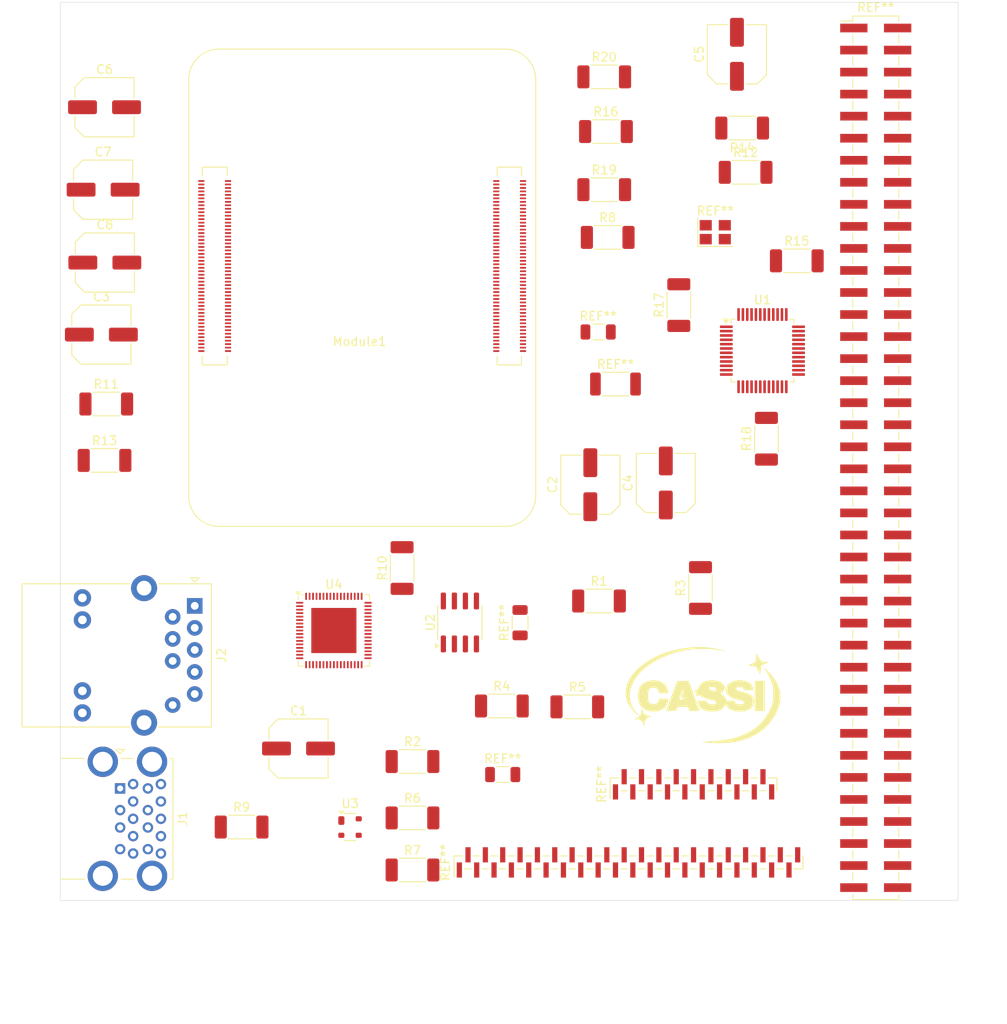
<source format=kicad_pcb>
(kicad_pcb (version 20241229) (generator "pcbnew") (generator_version "9.0")
  (layers (0 "F.Cu" signal) (2 "B.Cu" signal) (13 "F.Paste" user) (15 "B.Paste" user) (5 "F.SilkS" user "F.Silkscreen") (7 "B.SilkS" user "B.Silkscreen") (1 "F.Mask" user) (3 "B.Mask" user) (25 "Edge.Cuts" user))
  (net 0 "")
  (net 58 "Net-(U1-GND-Pad15)")
  (net 63 "Net-(U1-VEE-Pad17)")
  (net 68 "Net-(U1-VDD-Pad42)")
  (net 134 "Net-(U4-VDDMAC-Pad22)")
  (net 135 "Net-(U4-VDD1-Pad17)")
  (footprint "LOGO" (layer "F.Cu") (at 162 133)
    (property "Reference" "G***" (at 0 0 0) (layer "F.SilkS") (effects (font (size 1.5 1.5) (thickness 0.3))))
    (property "Value" "LOGO" (hide yes))
  )
  (footprint "Resistor_SMD:R_2010_5025Metric_Pad1.40x2.65mm_HandSolder" (layer "F.Cu") (at 138.9 134.1)
    (property "Reference" "R4" (at 0 -2.28 0) (layer "F.SilkS"))
    (property "Value" "R")
    (pad "1" smd roundrect (at -2.4 0) (size 1.4 2.65) (layers "F.Cu" "F.Mask" "F.Paste") (roundrect_rratio 0.178571))
    (pad "2" smd roundrect (at 2.4 0) (size 1.4 2.65) (layers "F.Cu" "F.Mask" "F.Paste") (roundrect_rratio 0.178571))
  )
  (footprint "Resistor_SMD:R_2010_5025Metric_Pad1.40x2.65mm_HandSolder" (layer "F.Cu") (at 150.1 122)
    (property "Reference" "R1" (at 0 -2.28 0) (layer "F.SilkS"))
    (property "Value" "R")
    (pad "1" smd roundrect (at -2.4 0) (size 1.4 2.65) (layers "F.Cu" "F.Mask" "F.Paste") (roundrect_rratio 0.178571))
    (pad "2" smd roundrect (at 2.4 0) (size 1.4 2.65) (layers "F.Cu" "F.Mask" "F.Paste") (roundrect_rratio 0.178571))
  )
  (footprint "Package_SO:SOIC-8_3.9x4.9mm_P1.27mm" (layer "F.Cu") (at 134.065 124.475 90)
    (property "Reference" "U2" (at 0 -3.4 90) (layer "F.SilkS"))
    (property "Value" "CAT24M01W")
    (pad "1" smd roundrect (at -2.475 -1.905 90) (size 1.95 0.6) (layers "F.Cu" "F.Mask" "F.Paste"))
    (pad "2" smd roundrect (at -2.475 -0.635 90) (size 1.95 0.6) (layers "F.Cu" "F.Mask" "F.Paste"))
    (pad "3" smd roundrect (at -2.475 0.635 90) (size 1.95 0.6) (layers "F.Cu" "F.Mask" "F.Paste"))
    (pad "4" smd roundrect (at -2.475 1.905 90) (size 1.95 0.6) (layers "F.Cu" "F.Mask" "F.Paste"))
    (pad "5" smd roundrect (at 2.475 1.905 90) (size 1.95 0.6) (layers "F.Cu" "F.Mask" "F.Paste"))
    (pad "6" smd roundrect (at 2.475 0.635 90) (size 1.95 0.6) (layers "F.Cu" "F.Mask" "F.Paste"))
    (pad "7" smd roundrect (at 2.475 -0.635 90) (size 1.95 0.6) (layers "F.Cu" "F.Mask" "F.Paste"))
    (pad "8" smd roundrect (at 2.475 -1.905 90) (size 1.95 0.6) (layers "F.Cu" "F.Mask" "F.Paste"))
  )
  (footprint "CM5IO:Raspberry-Pi-5-Compute-Module" (layer "F.Cu") (at 139.3 61.9 180)
    (property "Reference" "Module1" (at 16.8 -30.2 180) (layer "F.SilkS"))
    (property "Value" "ComputeModule5-CM5")
    (pad "" np_thru_hole circle (at 0 -48 180) (size 2.7 2.7) (drill 2.7) (layers "*.Cu" "*.Mask") (clearance 1.7))
    (pad "" np_thru_hole circle (at 0 0 180) (size 2.7 2.7) (drill 2.7) (layers "*.Cu" "*.Mask") (clearance 1.7))
    (pad "" np_thru_hole circle (at 33 -48 180) (size 2.7 2.7) (drill 2.7) (layers "*.Cu" "*.Mask") (clearance 1.7))
    (pad "" np_thru_hole circle (at 33 0 180) (size 2.7 2.7) (drill 2.7) (layers "*.Cu" "*.Mask") (clearance 1.7))
    (pad "1" smd rect (at -2.04 -31.3 90) (size 0.2 0.7) (layers "F.Cu" "F.Mask" "F.Paste"))
    (pad "2" smd rect (at 1.04 -31.3 90) (size 0.2 0.7) (layers "F.Cu" "F.Mask" "F.Paste"))
    (pad "3" smd rect (at -2.04 -30.9 90) (size 0.2 0.7) (layers "F.Cu" "F.Mask" "F.Paste"))
    (pad "4" smd rect (at 1.04 -30.9 90) (size 0.2 0.7) (layers "F.Cu" "F.Mask" "F.Paste"))
    (pad "5" smd rect (at -2.04 -30.5 90) (size 0.2 0.7) (layers "F.Cu" "F.Mask" "F.Paste"))
    (pad "6" smd rect (at 1.04 -30.5 90) (size 0.2 0.7) (layers "F.Cu" "F.Mask" "F.Paste"))
    (pad "7" smd rect (at -2.04 -30.1 90) (size 0.2 0.7) (layers "F.Cu" "F.Mask" "F.Paste"))
    (pad "8" smd rect (at 1.04 -30.1 90) (size 0.2 0.7) (layers "F.Cu" "F.Mask" "F.Paste"))
    (pad "9" smd rect (at -2.04 -29.7 90) (size 0.2 0.7) (layers "F.Cu" "F.Mask" "F.Paste"))
    (pad "10" smd rect (at 1.04 -29.7 90) (size 0.2 0.7) (layers "F.Cu" "F.Mask" "F.Paste"))
    (pad "11" smd rect (at -2.04 -29.3 90) (size 0.2 0.7) (layers "F.Cu" "F.Mask" "F.Paste"))
    (pad "12" smd rect (at 1.04 -29.3 90) (size 0.2 0.7) (layers "F.Cu" "F.Mask" "F.Paste"))
    (pad "13" smd rect (at -2.04 -28.9 90) (size 0.2 0.7) (layers "F.Cu" "F.Mask" "F.Paste"))
    (pad "14" smd rect (at 1.04 -28.9 90) (size 0.2 0.7) (layers "F.Cu" "F.Mask" "F.Paste"))
    (pad "15" smd rect (at -2.04 -28.5 90) (size 0.2 0.7) (layers "F.Cu" "F.Mask" "F.Paste"))
    (pad "16" smd rect (at 1.04 -28.5 90) (size 0.2 0.7) (layers "F.Cu" "F.Mask" "F.Paste"))
    (pad "17" smd rect (at -2.04 -28.1 90) (size 0.2 0.7) (layers "F.Cu" "F.Mask" "F.Paste"))
    (pad "18" smd rect (at 1.04 -28.1 90) (size 0.2 0.7) (layers "F.Cu" "F.Mask" "F.Paste"))
    (pad "19" smd rect (at -2.04 -27.7 90) (size 0.2 0.7) (layers "F.Cu" "F.Mask" "F.Paste"))
    (pad "20" smd rect (at 1.04 -27.7 90) (size 0.2 0.7) (layers "F.Cu" "F.Mask" "F.Paste"))
    (pad "21" smd rect (at -2.04 -27.3 90) (size 0.2 0.7) (layers "F.Cu" "F.Mask" "F.Paste"))
    (pad "22" smd rect (at 1.04 -27.3 90) (size 0.2 0.7) (layers "F.Cu" "F.Mask" "F.Paste"))
    (pad "23" smd rect (at -2.04 -26.9 90) (size 0.2 0.7) (layers "F.Cu" "F.Mask" "F.Paste"))
    (pad "24" smd rect (at 1.04 -26.9 90) (size 0.2 0.7) (layers "F.Cu" "F.Mask" "F.Paste"))
    (pad "25" smd rect (at -2.04 -26.5 90) (size 0.2 0.7) (layers "F.Cu" "F.Mask" "F.Paste"))
    (pad "26" smd rect (at 1.04 -26.5 90) (size 0.2 0.7) (layers "F.Cu" "F.Mask" "F.Paste"))
    (pad "27" smd rect (at -2.04 -26.1 90) (size 0.2 0.7) (layers "F.Cu" "F.Mask" "F.Paste"))
    (pad "28" smd rect (at 1.04 -26.1 90) (size 0.2 0.7) (layers "F.Cu" "F.Mask" "F.Paste"))
    (pad "29" smd rect (at -2.04 -25.7 90) (size 0.2 0.7) (layers "F.Cu" "F.Mask" "F.Paste"))
    (pad "30" smd rect (at 1.04 -25.7 90) (size 0.2 0.7) (layers "F.Cu" "F.Mask" "F.Paste"))
    (pad "31" smd rect (at -2.04 -25.3 90) (size 0.2 0.7) (layers "F.Cu" "F.Mask" "F.Paste"))
    (pad "32" smd rect (at 1.04 -25.3 90) (size 0.2 0.7) (layers "F.Cu" "F.Mask" "F.Paste"))
    (pad "33" smd rect (at -2.04 -24.9 90) (size 0.2 0.7) (layers "F.Cu" "F.Mask" "F.Paste"))
    (pad "34" smd rect (at 1.04 -24.9 90) (size 0.2 0.7) (layers "F.Cu" "F.Mask" "F.Paste"))
    (pad "35" smd rect (at -2.04 -24.5 90) (size 0.2 0.7) (layers "F.Cu" "F.Mask" "F.Paste"))
    (pad "36" smd rect (at 1.04 -24.5 90) (size 0.2 0.7) (layers "F.Cu" "F.Mask" "F.Paste"))
    (pad "37" smd rect (at -2.04 -24.1 90) (size 0.2 0.7) (layers "F.Cu" "F.Mask" "F.Paste"))
    (pad "38" smd rect (at 1.04 -24.1 90) (size 0.2 0.7) (layers "F.Cu" "F.Mask" "F.Paste"))
    (pad "39" smd rect (at -2.04 -23.7 90) (size 0.2 0.7) (layers "F.Cu" "F.Mask" "F.Paste"))
    (pad "40" smd rect (at 1.04 -23.7 90) (size 0.2 0.7) (layers "F.Cu" "F.Mask" "F.Paste"))
    (pad "41" smd rect (at -2.04 -23.3 90) (size 0.2 0.7) (layers "F.Cu" "F.Mask" "F.Paste"))
    (pad "42" smd rect (at 1.04 -23.3 90) (size 0.2 0.7) (layers "F.Cu" "F.Mask" "F.Paste"))
    (pad "43" smd rect (at -2.04 -22.9 90) (size 0.2 0.7) (layers "F.Cu" "F.Mask" "F.Paste"))
    (pad "44" smd rect (at 1.04 -22.9 90) (size 0.2 0.7) (layers "F.Cu" "F.Mask" "F.Paste"))
    (pad "45" smd rect (at -2.04 -22.5 90) (size 0.2 0.7) (layers "F.Cu" "F.Mask" "F.Paste"))
    (pad "46" smd rect (at 1.04 -22.5 90) (size 0.2 0.7) (layers "F.Cu" "F.Mask" "F.Paste"))
    (pad "47" smd rect (at -2.04 -22.1 90) (size 0.2 0.7) (layers "F.Cu" "F.Mask" "F.Paste"))
    (pad "48" smd rect (at 1.04 -22.1 90) (size 0.2 0.7) (layers "F.Cu" "F.Mask" "F.Paste"))
    (pad "49" smd rect (at -2.04 -21.7 90) (size 0.2 0.7) (layers "F.Cu" "F.Mask" "F.Paste"))
    (pad "50" smd rect (at 1.04 -21.7 90) (size 0.2 0.7) (layers "F.Cu" "F.Mask" "F.Paste"))
    (pad "51" smd rect (at -2.04 -21.3 90) (size 0.2 0.7) (layers "F.Cu" "F.Mask" "F.Paste"))
    (pad "52" smd rect (at 1.04 -21.3 90) (size 0.2 0.7) (layers "F.Cu" "F.Mask" "F.Paste"))
    (pad "53" smd rect (at -2.04 -20.9 90) (size 0.2 0.7) (layers "F.Cu" "F.Mask" "F.Paste"))
    (pad "54" smd rect (at 1.04 -20.9 90) (size 0.2 0.7) (layers "F.Cu" "F.Mask" "F.Paste"))
    (pad "55" smd rect (at -2.04 -20.5 90) (size 0.2 0.7) (layers "F.Cu" "F.Mask" "F.Paste"))
    (pad "56" smd rect (at 1.04 -20.5 90) (size 0.2 0.7) (layers "F.Cu" "F.Mask" "F.Paste"))
    (pad "57" smd rect (at -2.04 -20.1 90) (size 0.2 0.7) (layers "F.Cu" "F.Mask" "F.Paste"))
    (pad "58" smd rect (at 1.04 -20.1 90) (size 0.2 0.7) (layers "F.Cu" "F.Mask" "F.Paste"))
    (pad "59" smd rect (at -2.04 -19.7 90) (size 0.2 0.7) (layers "F.Cu" "F.Mask" "F.Paste"))
    (pad "60" smd rect (at 1.04 -19.7 90) (size 0.2 0.7) (layers "F.Cu" "F.Mask" "F.Paste"))
    (pad "61" smd rect (at -2.04 -19.3 90) (size 0.2 0.7) (layers "F.Cu" "F.Mask" "F.Paste"))
    (pad "62" smd rect (at 1.04 -19.3 90) (size 0.2 0.7) (layers "F.Cu" "F.Mask" "F.Paste"))
    (pad "63" smd rect (at -2.04 -18.9 90) (size 0.2 0.7) (layers "F.Cu" "F.Mask" "F.Paste"))
    (pad "64" smd rect (at 1.04 -18.9 90) (size 0.2 0.7) (layers "F.Cu" "F.Mask" "F.Paste"))
    (pad "65" smd rect (at -2.04 -18.5 90) (size 0.2 0.7) (layers "F.Cu" "F.Mask" "F.Paste"))
    (pad "66" smd rect (at 1.04 -18.5 90) (size 0.2 0.7) (layers "F.Cu" "F.Mask" "F.Paste"))
    (pad "67" smd rect (at -2.04 -18.1 90) (size 0.2 0.7) (layers "F.Cu" "F.Mask" "F.Paste"))
    (pad "68" smd rect (at 1.04 -18.1 90) (size 0.2 0.7) (layers "F.Cu" "F.Mask" "F.Paste"))
    (pad "69" smd rect (at -2.04 -17.7 90) (size 0.2 0.7) (layers "F.Cu" "F.Mask" "F.Paste"))
    (pad "70" smd rect (at 1.04 -17.7 90) (size 0.2 0.7) (layers "F.Cu" "F.Mask" "F.Paste"))
    (pad "71" smd rect (at -2.04 -17.3 90) (size 0.2 0.7) (layers "F.Cu" "F.Mask" "F.Paste"))
    (pad "72" smd rect (at 1.04 -17.3 90) (size 0.2 0.7) (layers "F.Cu" "F.Mask" "F.Paste"))
    (pad "73" smd rect (at -2.04 -16.9 90) (size 0.2 0.7) (layers "F.Cu" "F.Mask" "F.Paste"))
    (pad "74" smd rect (at 1.04 -16.9 90) (size 0.2 0.7) (layers "F.Cu" "F.Mask" "F.Paste"))
    (pad "75" smd rect (at -2.04 -16.5 90) (size 0.2 0.7) (layers "F.Cu" "F.Mask" "F.Paste"))
    (pad "76" smd rect (at 1.04 -16.5 90) (size 0.2 0.7) (layers "F.Cu" "F.Mask" "F.Paste"))
    (pad "77" smd rect (at -2.04 -16.1 90) (size 0.2 0.7) (layers "F.Cu" "F.Mask" "F.Paste"))
    (pad "78" smd rect (at 1.04 -16.1 90) (size 0.2 0.7) (layers "F.Cu" "F.Mask" "F.Paste"))
    (pad "79" smd rect (at -2.04 -15.7 90) (size 0.2 0.7) (layers "F.Cu" "F.Mask" "F.Paste"))
    (pad "80" smd rect (at 1.04 -15.7 90) (size 0.2 0.7) (layers "F.Cu" "F.Mask" "F.Paste"))
    (pad "81" smd rect (at -2.04 -15.3 90) (size 0.2 0.7) (layers "F.Cu" "F.Mask" "F.Paste"))
    (pad "82" smd rect (at 1.04 -15.3 90) (size 0.2 0.7) (layers "F.Cu" "F.Mask" "F.Paste"))
    (pad "83" smd rect (at -2.04 -14.9 90) (size 0.2 0.7) (layers "F.Cu" "F.Mask" "F.Paste"))
    (pad "84" smd rect (at 1.04 -14.9 90) (size 0.2 0.7) (layers "F.Cu" "F.Mask" "F.Paste"))
    (pad "85" smd rect (at -2.04 -14.5 90) (size 0.2 0.7) (layers "F.Cu" "F.Mask" "F.Paste"))
    (pad "86" smd rect (at 1.04 -14.5 90) (size 0.2 0.7) (layers "F.Cu" "F.Mask" "F.Paste"))
    (pad "87" smd rect (at -2.04 -14.1 90) (size 0.2 0.7) (layers "F.Cu" "F.Mask" "F.Paste"))
    (pad "88" smd rect (at 1.04 -14.1 90) (size 0.2 0.7) (layers "F.Cu" "F.Mask" "F.Paste"))
    (pad "89" smd rect (at -2.04 -13.7 90) (size 0.2 0.7) (layers "F.Cu" "F.Mask" "F.Paste"))
    (pad "90" smd rect (at 1.04 -13.7 90) (size 0.2 0.7) (layers "F.Cu" "F.Mask" "F.Paste"))
    (pad "91" smd rect (at -2.04 -13.3 90) (size 0.2 0.7) (layers "F.Cu" "F.Mask" "F.Paste"))
    (pad "92" smd rect (at 1.04 -13.3 90) (size 0.2 0.7) (layers "F.Cu" "F.Mask" "F.Paste"))
    (pad "93" smd rect (at -2.04 -12.9 90) (size 0.2 0.7) (layers "F.Cu" "F.Mask" "F.Paste"))
    (pad "94" smd rect (at 1.04 -12.9 90) (size 0.2 0.7) (layers "F.Cu" "F.Mask" "F.Paste"))
    (pad "95" smd rect (at -2.04 -12.5 90) (size 0.2 0.7) (layers "F.Cu" "F.Mask" "F.Paste"))
    (pad "96" smd rect (at 1.04 -12.5 90) (size 0.2 0.7) (layers "F.Cu" "F.Mask" "F.Paste"))
    (pad "97" smd rect (at -2.04 -12.1 90) (size 0.2 0.7) (layers "F.Cu" "F.Mask" "F.Paste"))
    (pad "98" smd rect (at 1.04 -12.1 90) (size 0.2 0.7) (layers "F.Cu" "F.Mask" "F.Paste"))
    (pad "99" smd rect (at -2.04 -11.7 90) (size 0.2 0.7) (layers "F.Cu" "F.Mask" "F.Paste"))
    (pad "100" smd rect (at 1.04 -11.7 90) (size 0.2 0.7) (layers "F.Cu" "F.Mask" "F.Paste"))
    (pad "101" smd rect (at 31.96 -31.3 90) (size 0.2 0.7) (layers "F.Cu" "F.Mask" "F.Paste"))
    (pad "102" smd rect (at 35.04 -31.3 90) (size 0.2 0.7) (layers "F.Cu" "F.Mask" "F.Paste"))
    (pad "103" smd rect (at 31.96 -30.9 90) (size 0.2 0.7) (layers "F.Cu" "F.Mask" "F.Paste"))
    (pad "104" smd rect (at 35.04 -30.9 90) (size 0.2 0.7) (layers "F.Cu" "F.Mask" "F.Paste"))
    (pad "105" smd rect (at 31.96 -30.5 90) (size 0.2 0.7) (layers "F.Cu" "F.Mask" "F.Paste"))
    (pad "106" smd rect (at 35.04 -30.5 90) (size 0.2 0.7) (layers "F.Cu" "F.Mask" "F.Paste"))
    (pad "107" smd rect (at 31.96 -30.1 90) (size 0.2 0.7) (layers "F.Cu" "F.Mask" "F.Paste"))
    (pad "108" smd rect (at 35.04 -30.1 90) (size 0.2 0.7) (layers "F.Cu" "F.Mask" "F.Paste"))
    (pad "109" smd rect (at 31.96 -29.7 90) (size 0.2 0.7) (layers "F.Cu" "F.Mask" "F.Paste"))
    (pad "110" smd rect (at 35.04 -29.7 90) (size 0.2 0.7) (layers "F.Cu" "F.Mask" "F.Paste"))
    (pad "111" smd rect (at 31.96 -29.3 90) (size 0.2 0.7) (layers "F.Cu" "F.Mask" "F.Paste"))
    (pad "112" smd rect (at 35.04 -29.3 90) (size 0.2 0.7) (layers "F.Cu" "F.Mask" "F.Paste"))
    (pad "113" smd rect (at 31.96 -28.9 90) (size 0.2 0.7) (layers "F.Cu" "F.Mask" "F.Paste"))
    (pad "114" smd rect (at 35.04 -28.9 90) (size 0.2 0.7) (layers "F.Cu" "F.Mask" "F.Paste"))
    (pad "115" smd rect (at 31.96 -28.5 90) (size 0.2 0.7) (layers "F.Cu" "F.Mask" "F.Paste"))
    (pad "116" smd rect (at 35.04 -28.5 90) (size 0.2 0.7) (layers "F.Cu" "F.Mask" "F.Paste"))
    (pad "117" smd rect (at 31.96 -28.1 90) (size 0.2 0.7) (layers "F.Cu" "F.Mask" "F.Paste"))
    (pad "118" smd rect (at 35.04 -28.1 90) (size 0.2 0.7) (layers "F.Cu" "F.Mask" "F.Paste"))
    (pad "119" smd rect (at 31.96 -27.7 90) (size 0.2 0.7) (layers "F.Cu" "F.Mask" "F.Paste"))
    (pad "120" smd rect (at 35.04 -27.7 90) (size 0.2 0.7) (layers "F.Cu" "F.Mask" "F.Paste"))
    (pad "121" smd rect (at 31.96 -27.3 90) (size 0.2 0.7) (layers "F.Cu" "F.Mask" "F.Paste"))
    (pad "122" smd rect (at 35.04 -27.3 90) (size 0.2 0.7) (layers "F.Cu" "F.Mask" "F.Paste"))
    (pad "123" smd rect (at 31.96 -26.9 90) (size 0.2 0.7) (layers "F.Cu" "F.Mask" "F.Paste"))
    (pad "124" smd rect (at 35.04 -26.9 90) (size 0.2 0.7) (layers "F.Cu" "F.Mask" "F.Paste"))
    (pad "125" smd rect (at 31.96 -26.5 90) (size 0.2 0.7) (layers "F.Cu" "F.Mask" "F.Paste"))
    (pad "126" smd rect (at 35.04 -26.5 90) (size 0.2 0.7) (layers "F.Cu" "F.Mask" "F.Paste"))
    (pad "127" smd rect (at 31.96 -26.1 90) (size 0.2 0.7) (layers "F.Cu" "F.Mask" "F.Paste"))
    (pad "128" smd rect (at 35.04 -26.1 90) (size 0.2 0.7) (layers "F.Cu" "F.Mask" "F.Paste"))
    (pad "129" smd rect (at 31.96 -25.7 90) (size 0.2 0.7) (layers "F.Cu" "F.Mask" "F.Paste"))
    (pad "130" smd rect (at 35.04 -25.7 90) (size 0.2 0.7) (layers "F.Cu" "F.Mask" "F.Paste"))
    (pad "131" smd rect (at 31.96 -25.3 90) (size 0.2 0.7) (layers "F.Cu" "F.Mask" "F.Paste"))
    (pad "132" smd rect (at 35.04 -25.3 90) (size 0.2 0.7) (layers "F.Cu" "F.Mask" "F.Paste"))
    (pad "133" smd rect (at 31.96 -24.9 90) (size 0.2 0.7) (layers "F.Cu" "F.Mask" "F.Paste"))
    (pad "134" smd rect (at 35.04 -24.9 90) (size 0.2 0.7) (layers "F.Cu" "F.Mask" "F.Paste"))
    (pad "135" smd rect (at 31.96 -24.5 90) (size 0.2 0.7) (layers "F.Cu" "F.Mask" "F.Paste"))
    (pad "136" smd rect (at 35.04 -24.5 90) (size 0.2 0.7) (layers "F.Cu" "F.Mask" "F.Paste"))
    (pad "137" smd rect (at 31.96 -24.1 90) (size 0.2 0.7) (layers "F.Cu" "F.Mask" "F.Paste"))
    (pad "138" smd rect (at 35.04 -24.1 90) (size 0.2 0.7) (layers "F.Cu" "F.Mask" "F.Paste"))
    (pad "139" smd rect (at 31.96 -23.7 90) (size 0.2 0.7) (layers "F.Cu" "F.Mask" "F.Paste"))
    (pad "140" smd rect (at 35.04 -23.7 90) (size 0.2 0.7) (layers "F.Cu" "F.Mask" "F.Paste"))
    (pad "141" smd rect (at 31.96 -23.3 90) (size 0.2 0.7) (layers "F.Cu" "F.Mask" "F.Paste"))
    (pad "142" smd rect (at 35.04 -23.3 90) (size 0.2 0.7) (layers "F.Cu" "F.Mask" "F.Paste"))
    (pad "143" smd rect (at 31.96 -22.9 90) (size 0.2 0.7) (layers "F.Cu" "F.Mask" "F.Paste"))
    (pad "144" smd rect (at 35.04 -22.9 90) (size 0.2 0.7) (layers "F.Cu" "F.Mask" "F.Paste"))
    (pad "145" smd rect (at 31.96 -22.5 90) (size 0.2 0.7) (layers "F.Cu" "F.Mask" "F.Paste"))
    (pad "146" smd rect (at 35.04 -22.5 90) (size 0.2 0.7) (layers "F.Cu" "F.Mask" "F.Paste"))
    (pad "147" smd rect (at 31.96 -22.1 90) (size 0.2 0.7) (layers "F.Cu" "F.Mask" "F.Paste"))
    (pad "148" smd rect (at 35.04 -22.1 90) (size 0.2 0.7) (layers "F.Cu" "F.Mask" "F.Paste"))
    (pad "149" smd rect (at 31.96 -21.7 90) (size 0.2 0.7) (layers "F.Cu" "F.Mask" "F.Paste"))
    (pad "150" smd rect (at 35.04 -21.7 90) (size 0.2 0.7) (layers "F.Cu" "F.Mask" "F.Paste"))
    (pad "151" smd rect (at 31.96 -21.3 90) (size 0.2 0.7) (layers "F.Cu" "F.Mask" "F.Paste"))
    (pad "152" smd rect (at 35.04 -21.3 90) (size 0.2 0.7) (layers "F.Cu" "F.Mask" "F.Paste"))
    (pad "153" smd rect (at 31.96 -20.9 90) (size 0.2 0.7) (layers "F.Cu" "F.Mask" "F.Paste"))
    (pad "154" smd rect (at 35.04 -20.9 90) (size 0.2 0.7) (layers "F.Cu" "F.Mask" "F.Paste"))
    (pad "155" smd rect (at 31.96 -20.5 90) (size 0.2 0.7) (layers "F.Cu" "F.Mask" "F.Paste"))
    (pad "156" smd rect (at 35.04 -20.5 90) (size 0.2 0.7) (layers "F.Cu" "F.Mask" "F.Paste"))
    (pad "157" smd rect (at 31.96 -20.1 90) (size 0.2 0.7) (layers "F.Cu" "F.Mask" "F.Paste"))
    (pad "158" smd rect (at 35.04 -20.1 90) (size 0.2 0.7) (layers "F.Cu" "F.Mask" "F.Paste"))
    (pad "159" smd rect (at 31.96 -19.7 90) (size 0.2 0.7) (layers "F.Cu" "F.Mask" "F.Paste"))
    (pad "160" smd rect (at 35.04 -19.7 90) (size 0.2 0.7) (layers "F.Cu" "F.Mask" "F.Paste"))
    (pad "161" smd rect (at 31.96 -19.3 90) (size 0.2 0.7) (layers "F.Cu" "F.Mask" "F.Paste"))
    (pad "162" smd rect (at 35.04 -19.3 90) (size 0.2 0.7) (layers "F.Cu" "F.Mask" "F.Paste"))
    (pad "163" smd rect (at 31.96 -18.9 90) (size 0.2 0.7) (layers "F.Cu" "F.Mask" "F.Paste"))
    (pad "164" smd rect (at 35.04 -18.9 90) (size 0.2 0.7) (layers "F.Cu" "F.Mask" "F.Paste"))
    (pad "165" smd rect (at 31.96 -18.5 90) (size 0.2 0.7) (layers "F.Cu" "F.Mask" "F.Paste"))
    (pad "166" smd rect (at 35.04 -18.5 90) (size 0.2 0.7) (layers "F.Cu" "F.Mask" "F.Paste"))
    (pad "167" smd rect (at 31.96 -18.1 90) (size 0.2 0.7) (layers "F.Cu" "F.Mask" "F.Paste"))
    (pad "168" smd rect (at 35.04 -18.1 90) (size 0.2 0.7) (layers "F.Cu" "F.Mask" "F.Paste"))
    (pad "169" smd rect (at 31.96 -17.7 90) (size 0.2 0.7) (layers "F.Cu" "F.Mask" "F.Paste"))
    (pad "170" smd rect (at 35.04 -17.7 90) (size 0.2 0.7) (layers "F.Cu" "F.Mask" "F.Paste"))
    (pad "171" smd rect (at 31.96 -17.3 90) (size 0.2 0.7) (layers "F.Cu" "F.Mask" "F.Paste"))
    (pad "172" smd rect (at 35.04 -17.3 90) (size 0.2 0.7) (layers "F.Cu" "F.Mask" "F.Paste"))
    (pad "173" smd rect (at 31.96 -16.9 90) (size 0.2 0.7) (layers "F.Cu" "F.Mask" "F.Paste"))
    (pad "174" smd rect (at 35.04 -16.9 90) (size 0.2 0.7) (layers "F.Cu" "F.Mask" "F.Paste"))
    (pad "175" smd rect (at 31.96 -16.5 90) (size 0.2 0.7) (layers "F.Cu" "F.Mask" "F.Paste"))
    (pad "176" smd rect (at 35.04 -16.5 90) (size 0.2 0.7) (layers "F.Cu" "F.Mask" "F.Paste"))
    (pad "177" smd rect (at 31.96 -16.1 90) (size 0.2 0.7) (layers "F.Cu" "F.Mask" "F.Paste"))
    (pad "178" smd rect (at 35.04 -16.1 90) (size 0.2 0.7) (layers "F.Cu" "F.Mask" "F.Paste"))
    (pad "179" smd rect (at 31.96 -15.7 90) (size 0.2 0.7) (layers "F.Cu" "F.Mask" "F.Paste"))
    (pad "180" smd rect (at 35.04 -15.7 90) (size 0.2 0.7) (layers "F.Cu" "F.Mask" "F.Paste"))
    (pad "181" smd rect (at 31.96 -15.3 90) (size 0.2 0.7) (layers "F.Cu" "F.Mask" "F.Paste"))
    (pad "182" smd rect (at 35.04 -15.3 90) (size 0.2 0.7) (layers "F.Cu" "F.Mask" "F.Paste"))
    (pad "183" smd rect (at 31.96 -14.9 90) (size 0.2 0.7) (layers "F.Cu" "F.Mask" "F.Paste"))
    (pad "184" smd rect (at 35.04 -14.9 90) (size 0.2 0.7) (layers "F.Cu" "F.Mask" "F.Paste"))
    (pad "185" smd rect (at 31.96 -14.5 90) (size 0.2 0.7) (layers "F.Cu" "F.Mask" "F.Paste"))
    (pad "186" smd rect (at 35.04 -14.5 90) (size 0.2 0.7) (layers "F.Cu" "F.Mask" "F.Paste"))
    (pad "187" smd rect (at 31.96 -14.1 90) (size 0.2 0.7) (layers "F.Cu" "F.Mask" "F.Paste"))
    (pad "188" smd rect (at 35.04 -14.1 90) (size 0.2 0.7) (layers "F.Cu" "F.Mask" "F.Paste"))
    (pad "189" smd rect (at 31.96 -13.7 90) (size 0.2 0.7) (layers "F.Cu" "F.Mask" "F.Paste"))
    (pad "190" smd rect (at 35.04 -13.7 90) (size 0.2 0.7) (layers "F.Cu" "F.Mask" "F.Paste"))
    (pad "191" smd rect (at 31.96 -13.3 90) (size 0.2 0.7) (layers "F.Cu" "F.Mask" "F.Paste"))
    (pad "192" smd rect (at 35.04 -13.3 90) (size 0.2 0.7) (layers "F.Cu" "F.Mask" "F.Paste"))
    (pad "193" smd rect (at 31.96 -12.9 90) (size 0.2 0.7) (layers "F.Cu" "F.Mask" "F.Paste"))
    (pad "194" smd rect (at 35.04 -12.9 90) (size 0.2 0.7) (layers "F.Cu" "F.Mask" "F.Paste"))
    (pad "195" smd rect (at 31.96 -12.5 90) (size 0.2 0.7) (layers "F.Cu" "F.Mask" "F.Paste"))
    (pad "196" smd rect (at 35.04 -12.5 90) (size 0.2 0.7) (layers "F.Cu" "F.Mask" "F.Paste"))
    (pad "197" smd rect (at 31.96 -12.1 90) (size 0.2 0.7) (layers "F.Cu" "F.Mask" "F.Paste"))
    (pad "198" smd rect (at 35.04 -12.1 90) (size 0.2 0.7) (layers "F.Cu" "F.Mask" "F.Paste"))
    (pad "199" smd rect (at 31.96 -11.7 90) (size 0.2 0.7) (layers "F.Cu" "F.Mask" "F.Paste"))
    (pad "200" smd rect (at 35.04 -11.7 90) (size 0.2 0.7) (layers "F.Cu" "F.Mask" "F.Paste"))
  )
  (footprint "Capacitor_SMD:C_Elec_6.3x5.4" (layer "F.Cu") (at 92.9375 74.6)
    (property "Reference" "C7" (at 0 -4.35 0) (layer "F.SilkS"))
    (property "Value" "C")
    (pad "1" smd roundrect (at -2.5375 0) (size 3.325 1.6) (layers "F.Cu" "F.Mask" "F.Paste") (roundrect_rratio 0.15625))
    (pad "2" smd roundrect (at 2.5375 0) (size 3.325 1.6) (layers "F.Cu" "F.Mask" "F.Paste") (roundrect_rratio 0.15625))
  )
  (footprint "Package_DFN_QFN:QFN-68-1EP_8x8mm_P0.4mm_EP5.2x5.2mm" (layer "F.Cu") (at 119.5375 125.4)
    (property "Reference" "U4" (at 0 -5.3 0) (layer "F.SilkS"))
    (property "Value" "VSC8541XMV-0x")
    (pad "1" smd roundrect (at -3.9375 -3.2) (size 0.825 0.2) (layers "F.Cu" "F.Mask" "F.Paste"))
    (pad "2" smd roundrect (at -3.9375 -2.8) (size 0.825 0.2) (layers "F.Cu" "F.Mask" "F.Paste"))
    (pad "3" smd roundrect (at -3.9375 -2.4) (size 0.825 0.2) (layers "F.Cu" "F.Mask" "F.Paste"))
    (pad "4" smd roundrect (at -3.9375 -2) (size 0.825 0.2) (layers "F.Cu" "F.Mask" "F.Paste"))
    (pad "5" smd roundrect (at -3.9375 -1.6) (size 0.825 0.2) (layers "F.Cu" "F.Mask" "F.Paste"))
    (pad "6" smd roundrect (at -3.9375 -1.2) (size 0.825 0.2) (layers "F.Cu" "F.Mask" "F.Paste"))
    (pad "7" smd roundrect (at -3.9375 -0.8) (size 0.825 0.2) (layers "F.Cu" "F.Mask" "F.Paste"))
    (pad "8" smd roundrect (at -3.9375 -0.4) (size 0.825 0.2) (layers "F.Cu" "F.Mask" "F.Paste"))
    (pad "9" smd roundrect (at -3.9375 0) (size 0.825 0.2) (layers "F.Cu" "F.Mask" "F.Paste"))
    (pad "10" smd roundrect (at -3.9375 0.4) (size 0.825 0.2) (layers "F.Cu" "F.Mask" "F.Paste"))
    (pad "11" smd roundrect (at -3.9375 0.8) (size 0.825 0.2) (layers "F.Cu" "F.Mask" "F.Paste"))
    (pad "12" smd roundrect (at -3.9375 1.2) (size 0.825 0.2) (layers "F.Cu" "F.Mask" "F.Paste"))
    (pad "13" smd roundrect (at -3.9375 1.6) (size 0.825 0.2) (layers "F.Cu" "F.Mask" "F.Paste"))
    (pad "14" smd roundrect (at -3.9375 2) (size 0.825 0.2) (layers "F.Cu" "F.Mask" "F.Paste"))
    (pad "15" smd roundrect (at -3.9375 2.4) (size 0.825 0.2) (layers "F.Cu" "F.Mask" "F.Paste"))
    (pad "16" smd roundrect (at -3.9375 2.8) (size 0.825 0.2) (layers "F.Cu" "F.Mask" "F.Paste"))
    (pad "17" smd roundrect (at -3.9375 3.2) (size 0.825 0.2) (layers "F.Cu" "F.Mask" "F.Paste") (net 135 "Net-(U4-VDD1-Pad17)"))
    (pad "18" smd roundrect (at -3.2 3.9375) (size 0.2 0.825) (layers "F.Cu" "F.Mask" "F.Paste"))
    (pad "19" smd roundrect (at -2.8 3.9375) (size 0.2 0.825) (layers "F.Cu" "F.Mask" "F.Paste"))
    (pad "20" smd roundrect (at -2.4 3.9375) (size 0.2 0.825) (layers "F.Cu" "F.Mask" "F.Paste"))
    (pad "21" smd roundrect (at -2 3.9375) (size 0.2 0.825) (layers "F.Cu" "F.Mask" "F.Paste"))
    (pad "22" smd roundrect (at -1.6 3.9375) (size 0.2 0.825) (layers "F.Cu" "F.Mask" "F.Paste") (net 134 "Net-(U4-VDDMAC-Pad22)"))
    (pad "23" smd roundrect (at -1.2 3.9375) (size 0.2 0.825) (layers "F.Cu" "F.Mask" "F.Paste"))
    (pad "24" smd roundrect (at -0.8 3.9375) (size 0.2 0.825) (layers "F.Cu" "F.Mask" "F.Paste"))
    (pad "25" smd roundrect (at -0.4 3.9375) (size 0.2 0.825) (layers "F.Cu" "F.Mask" "F.Paste"))
    (pad "26" smd roundrect (at 0 3.9375) (size 0.2 0.825) (layers "F.Cu" "F.Mask" "F.Paste"))
    (pad "27" smd roundrect (at 0.4 3.9375) (size 0.2 0.825) (layers "F.Cu" "F.Mask" "F.Paste"))
    (pad "28" smd roundrect (at 0.8 3.9375) (size 0.2 0.825) (layers "F.Cu" "F.Mask" "F.Paste") (net 134 "Net-(U4-VDDMAC-Pad22)"))
    (pad "29" smd roundrect (at 1.2 3.9375) (size 0.2 0.825) (layers "F.Cu" "F.Mask" "F.Paste"))
    (pad "30" smd roundrect (at 1.6 3.9375) (size 0.2 0.825) (layers "F.Cu" "F.Mask" "F.Paste"))
    (pad "31" smd roundrect (at 2 3.9375) (size 0.2 0.825) (layers "F.Cu" "F.Mask" "F.Paste"))
    (pad "32" smd roundrect (at 2.4 3.9375) (size 0.2 0.825) (layers "F.Cu" "F.Mask" "F.Paste"))
    (pad "33" smd roundrect (at 2.8 3.9375) (size 0.2 0.825) (layers "F.Cu" "F.Mask" "F.Paste"))
    (pad "34" smd roundrect (at 3.2 3.9375) (size 0.2 0.825) (layers "F.Cu" "F.Mask" "F.Paste") (net 135 "Net-(U4-VDD1-Pad17)"))
    (pad "35" smd roundrect (at 3.9375 3.2) (size 0.825 0.2) (layers "F.Cu" "F.Mask" "F.Paste"))
    (pad "36" smd roundrect (at 3.9375 2.8) (size 0.825 0.2) (layers "F.Cu" "F.Mask" "F.Paste"))
    (pad "37" smd roundrect (at 3.9375 2.4) (size 0.825 0.2) (layers "F.Cu" "F.Mask" "F.Paste"))
    (pad "38" smd roundrect (at 3.9375 2) (size 0.825 0.2) (layers "F.Cu" "F.Mask" "F.Paste"))
    (pad "39" smd roundrect (at 3.9375 1.6) (size 0.825 0.2) (layers "F.Cu" "F.Mask" "F.Paste") (net 134 "Net-(U4-VDDMAC-Pad22)"))
    (pad "40" smd roundrect (at 3.9375 1.2) (size 0.825 0.2) (layers "F.Cu" "F.Mask" "F.Paste"))
    (pad "41" smd roundrect (at 3.9375 0.8) (size 0.825 0.2) (layers "F.Cu" "F.Mask" "F.Paste"))
    (pad "42" smd roundrect (at 3.9375 0.4) (size 0.825 0.2) (layers "F.Cu" "F.Mask" "F.Paste"))
    (pad "43" smd roundrect (at 3.9375 0) (size 0.825 0.2) (layers "F.Cu" "F.Mask" "F.Paste"))
    (pad "44" smd roundrect (at 3.9375 -0.4) (size 0.825 0.2) (layers "F.Cu" "F.Mask" "F.Paste") (net 134 "Net-(U4-VDDMAC-Pad22)"))
    (pad "45" smd roundrect (at 3.9375 -0.8) (size 0.825 0.2) (layers "F.Cu" "F.Mask" "F.Paste"))
    (pad "46" smd roundrect (at 3.9375 -1.2) (size 0.825 0.2) (layers "F.Cu" "F.Mask" "F.Paste"))
    (pad "47" smd roundrect (at 3.9375 -1.6) (size 0.825 0.2) (layers "F.Cu" "F.Mask" "F.Paste"))
    (pad "48" smd roundrect (at 3.9375 -2) (size 0.825 0.2) (layers "F.Cu" "F.Mask" "F.Paste"))
    (pad "49" smd roundrect (at 3.9375 -2.4) (size 0.825 0.2) (layers "F.Cu" "F.Mask" "F.Paste"))
    (pad "50" smd roundrect (at 3.9375 -2.8) (size 0.825 0.2) (layers "F.Cu" "F.Mask" "F.Paste"))
    (pad "51" smd roundrect (at 3.9375 -3.2) (size 0.825 0.2) (layers "F.Cu" "F.Mask" "F.Paste"))
    (pad "52" smd roundrect (at 3.2 -3.9375) (size 0.2 0.825) (layers "F.Cu" "F.Mask" "F.Paste"))
    (pad "53" smd roundrect (at 2.8 -3.9375) (size 0.2 0.825) (layers "F.Cu" "F.Mask" "F.Paste"))
    (pad "54" smd roundrect (at 2.4 -3.9375) (size 0.2 0.825) (layers "F.Cu" "F.Mask" "F.Paste"))
    (pad "55" smd roundrect (at 2 -3.9375) (size 0.2 0.825) (layers "F.Cu" "F.Mask" "F.Paste"))
    (pad "56" smd roundrect (at 1.6 -3.9375) (size 0.2 0.825) (layers "F.Cu" "F.Mask" "F.Paste"))
    (pad "57" smd roundrect (at 1.2 -3.9375) (size 0.2 0.825) (layers "F.Cu" "F.Mask" "F.Paste"))
    (pad "58" smd roundrect (at 0.8 -3.9375) (size 0.2 0.825) (layers "F.Cu" "F.Mask" "F.Paste"))
    (pad "59" smd roundrect (at 0.4 -3.9375) (size 0.2 0.825) (layers "F.Cu" "F.Mask" "F.Paste"))
    (pad "60" smd roundrect (at 0 -3.9375) (size 0.2 0.825) (layers "F.Cu" "F.Mask" "F.Paste"))
    (pad "61" smd roundrect (at -0.4 -3.9375) (size 0.2 0.825) (layers "F.Cu" "F.Mask" "F.Paste"))
    (pad "62" smd roundrect (at -0.8 -3.9375) (size 0.2 0.825) (layers "F.Cu" "F.Mask" "F.Paste"))
    (pad "63" smd roundrect (at -1.2 -3.9375) (size 0.2 0.825) (layers "F.Cu" "F.Mask" "F.Paste"))
    (pad "64" smd roundrect (at -1.6 -3.9375) (size 0.2 0.825) (layers "F.Cu" "F.Mask" "F.Paste"))
    (pad "65" smd roundrect (at -2 -3.9375) (size 0.2 0.825) (layers "F.Cu" "F.Mask" "F.Paste"))
    (pad "66" smd roundrect (at -2.4 -3.9375) (size 0.2 0.825) (layers "F.Cu" "F.Mask" "F.Paste"))
    (pad "67" smd roundrect (at -2.8 -3.9375) (size 0.2 0.825) (layers "F.Cu" "F.Mask" "F.Paste"))
    (pad "68" smd roundrect (at -3.2 -3.9375) (size 0.2 0.825) (layers "F.Cu" "F.Mask" "F.Paste"))
    (pad "69" smd rect (at 0 0) (size 5.2 5.2) (property pad_prop_heatsink) (layers "F.Cu" "F.Mask"))
  )
  (footprint "Resistor_SMD:R_2010_5025Metric_Pad1.40x2.65mm_HandSolder" (layer "F.Cu") (at 159.3 87.9 90)
    (property "Reference" "R17" (at 0 -2.28 90) (layer "F.SilkS"))
    (property "Value" "R")
    (pad "1" smd roundrect (at -2.4 0 90) (size 1.4 2.65) (layers "F.Cu" "F.Mask" "F.Paste") (roundrect_rratio 0.178571))
    (pad "2" smd roundrect (at 2.4 0 90) (size 1.4 2.65) (layers "F.Cu" "F.Mask" "F.Paste") (roundrect_rratio 0.178571))
  )
  (footprint "Resistor_SMD:R_2010_5025Metric_Pad1.40x2.65mm_HandSolder" (layer "F.Cu") (at 128.6 140.5)
    (property "Reference" "R2" (at 0 -2.28 0) (layer "F.SilkS"))
    (property "Value" "R")
    (pad "1" smd roundrect (at -2.4 0) (size 1.4 2.65) (layers "F.Cu" "F.Mask" "F.Paste") (roundrect_rratio 0.178571))
    (pad "2" smd roundrect (at 2.4 0) (size 1.4 2.65) (layers "F.Cu" "F.Mask" "F.Paste") (roundrect_rratio 0.178571))
  )
  (footprint "Capacitor_SMD:C_Elec_6.3x5.4" (layer "F.Cu") (at 92.7375 91.3)
    (property "Reference" "C3" (at 0 -4.35 0) (layer "F.SilkS"))
    (property "Value" "C")
    (pad "1" smd roundrect (at -2.5375 0) (size 3.325 1.6) (layers "F.Cu" "F.Mask" "F.Paste") (roundrect_rratio 0.15625))
    (pad "2" smd roundrect (at 2.5375 0) (size 3.325 1.6) (layers "F.Cu" "F.Mask" "F.Paste") (roundrect_rratio 0.15625))
  )
  (footprint "Connector_PinHeader_1.00mm:PinHeader_1x19_P1.00mm_Vertical_SMD_Pin1Left" (layer "F.Cu") (at 161 143.125 90)
    (property "Reference" "REF**" (at 0 -10.61 90) (layer "F.SilkS"))
    (property "Value" "PinHeader_1x19_P1.00mm_Vertical_SMD_Pin1Left")
    (pad "1" smd rect (at -0.875 -9 90) (size 1.75 0.6) (layers "F.Cu" "F.Mask" "F.Paste"))
    (pad "2" smd rect (at 0.875 -8 90) (size 1.75 0.6) (layers "F.Cu" "F.Mask" "F.Paste"))
    (pad "3" smd rect (at -0.875 -7 90) (size 1.75 0.6) (layers "F.Cu" "F.Mask" "F.Paste"))
    (pad "4" smd rect (at 0.875 -6 90) (size 1.75 0.6) (layers "F.Cu" "F.Mask" "F.Paste"))
    (pad "5" smd rect (at -0.875 -5 90) (size 1.75 0.6) (layers "F.Cu" "F.Mask" "F.Paste"))
    (pad "6" smd rect (at 0.875 -4 90) (size 1.75 0.6) (layers "F.Cu" "F.Mask" "F.Paste"))
    (pad "7" smd rect (at -0.875 -3 90) (size 1.75 0.6) (layers "F.Cu" "F.Mask" "F.Paste"))
    (pad "8" smd rect (at 0.875 -2 90) (size 1.75 0.6) (layers "F.Cu" "F.Mask" "F.Paste"))
    (pad "9" smd rect (at -0.875 -1 90) (size 1.75 0.6) (layers "F.Cu" "F.Mask" "F.Paste"))
    (pad "10" smd rect (at 0.875 0 90) (size 1.75 0.6) (layers "F.Cu" "F.Mask" "F.Paste"))
    (pad "11" smd rect (at -0.875 1 90) (size 1.75 0.6) (layers "F.Cu" "F.Mask" "F.Paste"))
    (pad "12" smd rect (at 0.875 2 90) (size 1.75 0.6) (layers "F.Cu" "F.Mask" "F.Paste"))
    (pad "13" smd rect (at -0.875 3 90) (size 1.75 0.6) (layers "F.Cu" "F.Mask" "F.Paste"))
    (pad "14" smd rect (at 0.875 4 90) (size 1.75 0.6) (layers "F.Cu" "F.Mask" "F.Paste"))
    (pad "15" smd rect (at -0.875 5 90) (size 1.75 0.6) (layers "F.Cu" "F.Mask" "F.Paste"))
    (pad "16" smd rect (at 0.875 6 90) (size 1.75 0.6) (layers "F.Cu" "F.Mask" "F.Paste"))
    (pad "17" smd rect (at -0.875 7 90) (size 1.75 0.6) (layers "F.Cu" "F.Mask" "F.Paste"))
    (pad "18" smd rect (at 0.875 8 90) (size 1.75 0.6) (layers "F.Cu" "F.Mask" "F.Paste"))
    (pad "19" smd rect (at -0.875 9 90) (size 1.75 0.6) (layers "F.Cu" "F.Mask" "F.Paste"))
  )
  (footprint "Resistor_SMD:R_2010_5025Metric_Pad1.40x2.65mm_HandSolder" (layer "F.Cu") (at 161.8 120.5 90)
    (property "Reference" "R3" (at 0 -2.28 90) (layer "F.SilkS"))
    (property "Value" "R")
    (pad "1" smd roundrect (at -2.4 0 90) (size 1.4 2.65) (layers "F.Cu" "F.Mask" "F.Paste") (roundrect_rratio 0.178571))
    (pad "2" smd roundrect (at 2.4 0 90) (size 1.4 2.65) (layers "F.Cu" "F.Mask" "F.Paste") (roundrect_rratio 0.178571))
  )
  (footprint "Capacitor_SMD:C_Elec_6.3x5.4" (layer "F.Cu") (at 149.1 108.6 90)
    (property "Reference" "C2" (at 0 -4.35 90) (layer "F.SilkS"))
    (property "Value" "C")
    (pad "1" smd roundrect (at -2.5375 0 90) (size 3.325 1.6) (layers "F.Cu" "F.Mask" "F.Paste") (roundrect_rratio 0.15625))
    (pad "2" smd roundrect (at 2.5375 0 90) (size 3.325 1.6) (layers "F.Cu" "F.Mask" "F.Paste") (roundrect_rratio 0.15625))
  )
  (footprint "Package_QFP:LQFP-48_7x7mm_P0.5mm" (layer "F.Cu") (at 168.9375 93.15)
    (property "Reference" "U1" (at 0 -5.85 0) (layer "F.SilkS"))
    (property "Value" "LTC2358-16")
    (pad "1" smd roundrect (at -4.1625 -2.75) (size 1.475 0.3) (layers "F.Cu" "F.Mask" "F.Paste"))
    (pad "2" smd roundrect (at -4.1625 -2.25) (size 1.475 0.3) (layers "F.Cu" "F.Mask" "F.Paste"))
    (pad "3" smd roundrect (at -4.1625 -1.75) (size 1.475 0.3) (layers "F.Cu" "F.Mask" "F.Paste"))
    (pad "4" smd roundrect (at -4.1625 -1.25) (size 1.475 0.3) (layers "F.Cu" "F.Mask" "F.Paste"))
    (pad "5" smd roundrect (at -4.1625 -0.75) (size 1.475 0.3) (layers "F.Cu" "F.Mask" "F.Paste"))
    (pad "6" smd roundrect (at -4.1625 -0.25) (size 1.475 0.3) (layers "F.Cu" "F.Mask" "F.Paste"))
    (pad "7" smd roundrect (at -4.1625 0.25) (size 1.475 0.3) (layers "F.Cu" "F.Mask" "F.Paste"))
    (pad "8" smd roundrect (at -4.1625 0.75) (size 1.475 0.3) (layers "F.Cu" "F.Mask" "F.Paste"))
    (pad "9" smd roundrect (at -4.1625 1.25) (size 1.475 0.3) (layers "F.Cu" "F.Mask" "F.Paste"))
    (pad "10" smd roundrect (at -4.1625 1.75) (size 1.475 0.3) (layers "F.Cu" "F.Mask" "F.Paste"))
    (pad "11" smd roundrect (at -4.1625 2.25) (size 1.475 0.3) (layers "F.Cu" "F.Mask" "F.Paste"))
    (pad "12" smd roundrect (at -4.1625 2.75) (size 1.475 0.3) (layers "F.Cu" "F.Mask" "F.Paste"))
    (pad "13" smd roundrect (at -2.75 4.1625) (size 0.3 1.475) (layers "F.Cu" "F.Mask" "F.Paste"))
    (pad "14" smd roundrect (at -2.25 4.1625) (size 0.3 1.475) (layers "F.Cu" "F.Mask" "F.Paste"))
    (pad "15" smd roundrect (at -1.75 4.1625) (size 0.3 1.475) (layers "F.Cu" "F.Mask" "F.Paste") (net 58 "Net-(U1-GND-Pad15)"))
    (pad "16" smd roundrect (at -1.25 4.1625) (size 0.3 1.475) (layers "F.Cu" "F.Mask" "F.Paste"))
    (pad "17" smd roundrect (at -0.75 4.1625) (size 0.3 1.475) (layers "F.Cu" "F.Mask" "F.Paste") (net 63 "Net-(U1-VEE-Pad17)"))
    (pad "18" smd roundrect (at -0.25 4.1625) (size 0.3 1.475) (layers "F.Cu" "F.Mask" "F.Paste") (net 58 "Net-(U1-GND-Pad15)"))
    (pad "19" smd roundrect (at 0.25 4.1625) (size 0.3 1.475) (layers "F.Cu" "F.Mask" "F.Paste"))
    (pad "20" smd roundrect (at 0.75 4.1625) (size 0.3 1.475) (layers "F.Cu" "F.Mask" "F.Paste") (net 58 "Net-(U1-GND-Pad15)"))
    (pad "21" smd roundrect (at 1.25 4.1625) (size 0.3 1.475) (layers "F.Cu" "F.Mask" "F.Paste"))
    (pad "22" smd roundrect (at 1.75 4.1625) (size 0.3 1.475) (layers "F.Cu" "F.Mask" "F.Paste"))
    (pad "23" smd roundrect (at 2.25 4.1625) (size 0.3 1.475) (layers "F.Cu" "F.Mask" "F.Paste"))
    (pad "24" smd roundrect (at 2.75 4.1625) (size 0.3 1.475) (layers "F.Cu" "F.Mask" "F.Paste"))
    (pad "25" smd roundrect (at 4.1625 2.75) (size 1.475 0.3) (layers "F.Cu" "F.Mask" "F.Paste"))
    (pad "26" smd roundrect (at 4.1625 2.25) (size 1.475 0.3) (layers "F.Cu" "F.Mask" "F.Paste"))
    (pad "27" smd roundrect (at 4.1625 1.75) (size 1.475 0.3) (layers "F.Cu" "F.Mask" "F.Paste"))
    (pad "28" smd roundrect (at 4.1625 1.25) (size 1.475 0.3) (layers "F.Cu" "F.Mask" "F.Paste"))
    (pad "29" smd roundrect (at 4.1625 0.75) (size 1.475 0.3) (layers "F.Cu" "F.Mask" "F.Paste"))
    (pad "30" smd roundrect (at 4.1625 0.25) (size 1.475 0.3) (layers "F.Cu" "F.Mask" "F.Paste") (net 58 "Net-(U1-GND-Pad15)"))
    (pad "31" smd roundrect (at 4.1625 -0.25) (size 1.475 0.3) (layers "F.Cu" "F.Mask" "F.Paste"))
    (pad "32" smd roundrect (at 4.1625 -0.75) (size 1.475 0.3) (layers "F.Cu" "F.Mask" "F.Paste"))
    (pad "33" smd roundrect (at 4.1625 -1.25) (size 1.475 0.3) (layers "F.Cu" "F.Mask" "F.Paste"))
    (pad "34" smd roundrect (at 4.1625 -1.75) (size 1.475 0.3) (layers "F.Cu" "F.Mask" "F.Paste"))
    (pad "35" smd roundrect (at 4.1625 -2.25) (size 1.475 0.3) (layers "F.Cu" "F.Mask" "F.Paste"))
    (pad "36" smd roundrect (at 4.1625 -2.75) (size 1.475 0.3) (layers "F.Cu" "F.Mask" "F.Paste"))
    (pad "37" smd roundrect (at 2.75 -4.1625) (size 0.3 1.475) (layers "F.Cu" "F.Mask" "F.Paste"))
    (pad "38" smd roundrect (at 2.25 -4.1625) (size 0.3 1.475) (layers "F.Cu" "F.Mask" "F.Paste"))
    (pad "39" smd roundrect (at 1.75 -4.1625) (size 0.3 1.475) (layers "F.Cu" "F.Mask" "F.Paste"))
    (pad "40" smd roundrect (at 1.25 -4.1625) (size 0.3 1.475) (layers "F.Cu" "F.Mask" "F.Paste"))
    (pad "41" smd roundrect (at 0.75 -4.1625) (size 0.3 1.475) (layers "F.Cu" "F.Mask" "F.Paste") (net 58 "Net-(U1-GND-Pad15)"))
    (pad "42" smd roundrect (at 0.25 -4.1625) (size 0.3 1.475) (layers "F.Cu" "F.Mask" "F.Paste") (net 68 "Net-(U1-VDD-Pad42)"))
    (pad "43" smd roundrect (at -0.25 -4.1625) (size 0.3 1.475) (layers "F.Cu" "F.Mask" "F.Paste") (net 68 "Net-(U1-VDD-Pad42)"))
    (pad "44" smd roundrect (at -0.75 -4.1625) (size 0.3 1.475) (layers "F.Cu" "F.Mask" "F.Paste") (net 58 "Net-(U1-GND-Pad15)"))
    (pad "45" smd roundrect (at -1.25 -4.1625) (size 0.3 1.475) (layers "F.Cu" "F.Mask" "F.Paste") (net 63 "Net-(U1-VEE-Pad17)"))
    (pad "46" smd roundrect (at -1.75 -4.1625) (size 0.3 1.475) (layers "F.Cu" "F.Mask" "F.Paste") (net 58 "Net-(U1-GND-Pad15)"))
    (pad "47" smd roundrect (at -2.25 -4.1625) (size 0.3 1.475) (layers "F.Cu" "F.Mask" "F.Paste"))
    (pad "48" smd roundrect (at -2.75 -4.1625) (size 0.3 1.475) (layers "F.Cu" "F.Mask" "F.Paste"))
  )
  (footprint "Package_TO_SOT_SMD:SOT-143" (layer "F.Cu") (at 121.4 148.05)
    (property "Reference" "U3" (at 0.02 -2.7 0) (layer "F.SilkS"))
    (property "Value" "CAT811MTBI-GT3")
    (pad "1" smd roundrect (at -1 -0.75) (size 0.7 1) (layers "F.Cu" "F.Mask" "F.Paste"))
    (pad "2" smd roundrect (at -1 0.95) (size 0.7 0.6) (layers "F.Cu" "F.Mask" "F.Paste"))
    (pad "3" smd roundrect (at 1 0.95) (size 0.7 0.6) (layers "F.Cu" "F.Mask" "F.Paste"))
    (pad "4" smd roundrect (at 1 -0.95) (size 0.7 0.6) (layers "F.Cu" "F.Mask" "F.Paste"))
  )
  (footprint "Resistor_SMD:R_2010_5025Metric" (layer "F.Cu") (at 152 97)
    (property "Reference" "REF**" (at 0 -2.28 0) (layer "F.SilkS"))
    (property "Value" "R_2010_5025Metric")
    (pad "1" smd roundrect (at -2.3125 0) (size 1.225 2.65) (layers "F.Cu" "F.Mask" "F.Paste") (roundrect_rratio 0.204082))
    (pad "2" smd roundrect (at 2.3125 0) (size 1.225 2.65) (layers "F.Cu" "F.Mask" "F.Paste") (roundrect_rratio 0.204082))
  )
  (footprint "Resistor_SMD:R_2010_5025Metric_Pad1.40x2.65mm_HandSolder" (layer "F.Cu") (at 150.7 74.6)
    (property "Reference" "R19" (at 0 -2.28 0) (layer "F.SilkS"))
    (property "Value" "R")
    (pad "1" smd roundrect (at -2.4 0) (size 1.4 2.65) (layers "F.Cu" "F.Mask" "F.Paste") (roundrect_rratio 0.178571))
    (pad "2" smd roundrect (at 2.4 0) (size 1.4 2.65) (layers "F.Cu" "F.Mask" "F.Paste") (roundrect_rratio 0.178571))
  )
  (footprint "Capacitor_SMD:C_Elec_6.3x5.4" (layer "F.Cu") (at 166 59 90)
    (property "Reference" "C5" (at 0 -4.35 90) (layer "F.SilkS"))
    (property "Value" "C")
    (pad "1" smd roundrect (at -2.5375 0 90) (size 3.325 1.6) (layers "F.Cu" "F.Mask" "F.Paste") (roundrect_rratio 0.15625))
    (pad "2" smd roundrect (at 2.5375 0 90) (size 3.325 1.6) (layers "F.Cu" "F.Mask" "F.Paste") (roundrect_rratio 0.15625))
  )
  (footprint "Crystal:Crystal_SMD_Abracon_ABM8AIG-4Pin_3.2x2.5mm" (layer "F.Cu") (at 163.5 79.5)
    (property "Reference" "REF**" (at 0 -2.45 0) (layer "F.SilkS"))
    (property "Value" "Crystal_SMD_Abracon_ABM8AIG-4Pin_3.2x2.5mm")
    (pad "1" smd rect (at -1.1 0.8) (size 1.4 1.2) (layers "F.Cu" "F.Mask" "F.Paste"))
    (pad "2" smd rect (at 1.1 0.8) (size 1.4 1.2) (layers "F.Cu" "F.Mask" "F.Paste"))
    (pad "3" smd rect (at 1.1 -0.8) (size 1.4 1.2) (layers "F.Cu" "F.Mask" "F.Paste"))
    (pad "4" smd rect (at -1.1 -0.8) (size 1.4 1.2) (layers "F.Cu" "F.Mask" "F.Paste"))
  )
  (footprint "Connector_USB:USB3_A_Molex_48406-0001_Horizontal_Stacked" (layer "F.Cu") (at 94.9 143.6 -90)
    (property "Reference" "J1" (at 3.5 -7.2 90) (layer "F.SilkS"))
    (property "Value" "USB3_A_Stacked")
    (pad "1" thru_hole rect (at 0 0 270) (size 1.2 1.2) (drill 0.7) (layers "*.Cu" "*.Mask"))
    (pad "2" thru_hole circle (at 2.5 0 270) (size 1.2 1.2) (drill 0.7) (layers "*.Cu" "*.Mask"))
    (pad "3" thru_hole circle (at 4.5 0 270) (size 1.2 1.2) (drill 0.7) (layers "*.Cu" "*.Mask"))
    (pad "4" thru_hole circle (at 7 0 270) (size 1.2 1.2) (drill 0.7) (layers "*.Cu" "*.Mask"))
    (pad "5" thru_hole circle (at 7.5 -1.5 270) (size 1.2 1.2) (drill 0.7) (layers "*.Cu" "*.Mask"))
    (pad "6" thru_hole circle (at 5.5 -1.5 270) (size 1.2 1.2) (drill 0.7) (layers "*.Cu" "*.Mask"))
    (pad "7" thru_hole circle (at 3.5 -1.5 270) (size 1.2 1.2) (drill 0.7) (layers "*.Cu" "*.Mask"))
    (pad "8" thru_hole circle (at 1.5 -1.5 270) (size 1.2 1.2) (drill 0.7) (layers "*.Cu" "*.Mask"))
    (pad "9" thru_hole circle (at -0.5 -1.5 270) (size 1.2 1.2) (drill 0.7) (layers "*.Cu" "*.Mask"))
    (pad "10" thru_hole circle (at 0 -3.2 270) (size 1.2 1.2) (drill 0.7) (layers "*.Cu" "*.Mask"))
    (pad "11" thru_hole circle (at 2.5 -3.2 270) (size 1.2 1.2) (drill 0.7) (layers "*.Cu" "*.Mask"))
    (pad "12" thru_hole circle (at 4.5 -3.2 270) (size 1.2 1.2) (drill 0.7) (layers "*.Cu" "*.Mask"))
    (pad "13" thru_hole circle (at 7 -3.2 270) (size 1.2 1.2) (drill 0.7) (layers "*.Cu" "*.Mask"))
    (pad "14" thru_hole circle (at 7.5 -4.7 270) (size 1.2 1.2) (drill 0.7) (layers "*.Cu" "*.Mask"))
    (pad "15" thru_hole circle (at 5.5 -4.7 270) (size 1.2 1.2) (drill 0.7) (layers "*.Cu" "*.Mask"))
    (pad "16" thru_hole circle (at 3.5 -4.7 270) (size 1.2 1.2) (drill 0.7) (layers "*.Cu" "*.Mask"))
    (pad "17" thru_hole circle (at 1.5 -4.7 270) (size 1.2 1.2) (drill 0.7) (layers "*.Cu" "*.Mask"))
    (pad "18" thru_hole circle (at -0.5 -4.7 270) (size 1.2 1.2) (drill 0.7) (layers "*.Cu" "*.Mask"))
    (pad "19" thru_hole circle (at -3.07 -3.68 270) (size 3.5 3.5) (drill 2.3) (layers "*.Cu" "*.Mask"))
    (pad "19" thru_hole circle (at -3.07 2 270) (size 3.5 3.5) (drill 2.3) (layers "*.Cu" "*.Mask"))
    (pad "19" thru_hole circle (at 10.07 -3.68 270) (size 3.5 3.5) (drill 2.3) (layers "*.Cu" "*.Mask"))
    (pad "19" thru_hole circle (at 10.07 2 270) (size 3.5 3.5) (drill 2.3) (layers "*.Cu" "*.Mask"))
  )
  (footprint "Capacitor_SMD:C_Elec_6.3x5.4" (layer "F.Cu") (at 157.8 108.4 90)
    (property "Reference" "C4" (at 0 -4.35 90) (layer "F.SilkS"))
    (property "Value" "C")
    (pad "1" smd roundrect (at -2.5375 0 90) (size 3.325 1.6) (layers "F.Cu" "F.Mask" "F.Paste") (roundrect_rratio 0.15625))
    (pad "2" smd roundrect (at 2.5375 0 90) (size 3.325 1.6) (layers "F.Cu" "F.Mask" "F.Paste") (roundrect_rratio 0.15625))
  )
  (footprint "Resistor_SMD:R_2010_5025Metric_Pad1.40x2.65mm_HandSolder" (layer "F.Cu") (at 108.9 148.05)
    (property "Reference" "R9" (at 0 -2.28 0) (layer "F.SilkS"))
    (property "Value" "R")
    (pad "1" smd roundrect (at -2.4 0) (size 1.4 2.65) (layers "F.Cu" "F.Mask" "F.Paste") (roundrect_rratio 0.178571))
    (pad "2" smd roundrect (at 2.4 0) (size 1.4 2.65) (layers "F.Cu" "F.Mask" "F.Paste") (roundrect_rratio 0.178571))
  )
  (footprint "Resistor_SMD:R_2010_5025Metric_Pad1.40x2.65mm_HandSolder" (layer "F.Cu") (at 167 72.6)
    (property "Reference" "R12" (at 0 -2.28 0) (layer "F.SilkS"))
    (property "Value" "R")
    (pad "1" smd roundrect (at -2.4 0) (size 1.4 2.65) (layers "F.Cu" "F.Mask" "F.Paste") (roundrect_rratio 0.178571))
    (pad "2" smd roundrect (at 2.4 0) (size 1.4 2.65) (layers "F.Cu" "F.Mask" "F.Paste") (roundrect_rratio 0.178571))
  )
  (footprint "Connector_PinHeader_1.00mm:PinHeader_1x40_P1.00mm_Vertical_SMD_Pin1Left" (layer "F.Cu") (at 153.5 152.125 90)
    (property "Reference" "REF**" (at 0 -21.11 90) (layer "F.SilkS"))
    (property "Value" "PinHeader_1x40_P1.00mm_Vertical_SMD_Pin1Left")
    (pad "1" smd rect (at -0.875 -19.5 90) (size 1.75 0.6) (layers "F.Cu" "F.Mask" "F.Paste"))
    (pad "2" smd rect (at 0.875 -18.5 90) (size 1.75 0.6) (layers "F.Cu" "F.Mask" "F.Paste"))
    (pad "3" smd rect (at -0.875 -17.5 90) (size 1.75 0.6) (layers "F.Cu" "F.Mask" "F.Paste"))
    (pad "4" smd rect (at 0.875 -16.5 90) (size 1.75 0.6) (layers "F.Cu" "F.Mask" "F.Paste"))
    (pad "5" smd rect (at -0.875 -15.5 90) (size 1.75 0.6) (layers "F.Cu" "F.Mask" "F.Paste"))
    (pad "6" smd rect (at 0.875 -14.5 90) (size 1.75 0.6) (layers "F.Cu" "F.Mask" "F.Paste"))
    (pad "7" smd rect (at -0.875 -13.5 90) (size 1.75 0.6) (layers "F.Cu" "F.Mask" "F.Paste"))
    (pad "8" smd rect (at 0.875 -12.5 90) (size 1.75 0.6) (layers "F.Cu" "F.Mask" "F.Paste"))
    (pad "9" smd rect (at -0.875 -11.5 90) (size 1.75 0.6) (layers "F.Cu" "F.Mask" "F.Paste"))
    (pad "10" smd rect (at 0.875 -10.5 90) (size 1.75 0.6) (layers "F.Cu" "F.Mask" "F.Paste"))
    (pad "11" smd rect (at -0.875 -9.5 90) (size 1.75 0.6) (layers "F.Cu" "F.Mask" "F.Paste"))
    (pad "12" smd rect (at 0.875 -8.5 90) (size 1.75 0.6) (layers "F.Cu" "F.Mask" "F.Paste"))
    (pad "13" smd rect (at -0.875 -7.5 90) (size 1.75 0.6) (layers "F.Cu" "F.Mask" "F.Paste"))
    (pad "14" smd rect (at 0.875 -6.5 90) (size 1.75 0.6) (layers "F.Cu" "F.Mask" "F.Paste"))
    (pad "15" smd rect (at -0.875 -5.5 90) (size 1.75 0.6) (layers "F.Cu" "F.Mask" "F.Paste"))
    (pad "16" smd rect (at 0.875 -4.5 90) (size 1.75 0.6) (layers "F.Cu" "F.Mask" "F.Paste"))
    (pad "17" smd rect (at -0.875 -3.5 90) (size 1.75 0.6) (layers "F.Cu" "F.Mask" "F.Paste"))
    (pad "18" smd rect (at 0.875 -2.5 90) (size 1.75 0.6) (layers "F.Cu" "F.Mask" "F.Paste"))
    (pad "19" smd rect (at -0.875 -1.5 90) (size 1.75 0.6) (layers "F.Cu" "F.Mask" "F.Paste"))
    (pad "20" smd rect (at 0.875 -0.5 90) (size 1.75 0.6) (layers "F.Cu" "F.Mask" "F.Paste"))
    (pad "21" smd rect (at -0.875 0.5 90) (size 1.75 0.6) (layers "F.Cu" "F.Mask" "F.Paste"))
    (pad "22" smd rect (at 0.875 1.5 90) (size 1.75 0.6) (layers "F.Cu" "F.Mask" "F.Paste"))
    (pad "23" smd rect (at -0.875 2.5 90) (size 1.75 0.6) (layers "F.Cu" "F.Mask" "F.Paste"))
    (pad "24" smd rect (at 0.875 3.5 90) (size 1.75 0.6) (layers "F.Cu" "F.Mask" "F.Paste"))
    (pad "25" smd rect (at -0.875 4.5 90) (size 1.75 0.6) (layers "F.Cu" "F.Mask" "F.Paste"))
    (pad "26" smd rect (at 0.875 5.5 90) (size 1.75 0.6) (layers "F.Cu" "F.Mask" "F.Paste"))
    (pad "27" smd rect (at -0.875 6.5 90) (size 1.75 0.6) (layers "F.Cu" "F.Mask" "F.Paste"))
    (pad "28" smd rect (at 0.875 7.5 90) (size 1.75 0.6) (layers "F.Cu" "F.Mask" "F.Paste"))
    (pad "29" smd rect (at -0.875 8.5 90) (size 1.75 0.6) (layers "F.Cu" "F.Mask" "F.Paste"))
    (pad "30" smd rect (at 0.875 9.5 90) (size 1.75 0.6) (layers "F.Cu" "F.Mask" "F.Paste"))
    (pad "31" smd rect (at -0.875 10.5 90) (size 1.75 0.6) (layers "F.Cu" "F.Mask" "F.Paste"))
    (pad "32" smd rect (at 0.875 11.5 90) (size 1.75 0.6) (layers "F.Cu" "F.Mask" "F.Paste"))
    (pad "33" smd rect (at -0.875 12.5 90) (size 1.75 0.6) (layers "F.Cu" "F.Mask" "F.Paste"))
    (pad "34" smd rect (at 0.875 13.5 90) (size 1.75 0.6) (layers "F.Cu" "F.Mask" "F.Paste"))
    (pad "35" smd rect (at -0.875 14.5 90) (size 1.75 0.6) (layers "F.Cu" "F.Mask" "F.Paste"))
    (pad "36" smd rect (at 0.875 15.5 90) (size 1.75 0.6) (layers "F.Cu" "F.Mask" "F.Paste"))
    (pad "37" smd rect (at -0.875 16.5 90) (size 1.75 0.6) (layers "F.Cu" "F.Mask" "F.Paste"))
    (pad "38" smd rect (at 0.875 17.5 90) (size 1.75 0.6) (layers "F.Cu" "F.Mask" "F.Paste"))
    (pad "39" smd rect (at -0.875 18.5 90) (size 1.75 0.6) (layers "F.Cu" "F.Mask" "F.Paste"))
    (pad "40" smd rect (at 0.875 19.5 90) (size 1.75 0.6) (layers "F.Cu" "F.Mask" "F.Paste"))
  )
  (footprint "Resistor_SMD:R_1206_3216Metric" (layer "F.Cu") (at 141 124.5 90)
    (property "Reference" "REF**" (at 0 -1.83 90) (layer "F.SilkS"))
    (property "Value" "R_1206_3216Metric")
    (pad "1" smd roundrect (at -1.4625 0 90) (size 1.125 1.75) (layers "F.Cu" "F.Mask" "F.Paste") (roundrect_rratio 0.222222))
    (pad "2" smd roundrect (at 1.4625 0 90) (size 1.125 1.75) (layers "F.Cu" "F.Mask" "F.Paste") (roundrect_rratio 0.222222))
  )
  (footprint "Resistor_SMD:R_2010_5025Metric_Pad1.40x2.65mm_HandSolder" (layer "F.Cu") (at 169.4 103.3 90)
    (property "Reference" "R18" (at 0 -2.28 90) (layer "F.SilkS"))
    (property "Value" "R")
    (pad "1" smd roundrect (at -2.4 0 90) (size 1.4 2.65) (layers "F.Cu" "F.Mask" "F.Paste") (roundrect_rratio 0.178571))
    (pad "2" smd roundrect (at 2.4 0 90) (size 1.4 2.65) (layers "F.Cu" "F.Mask" "F.Paste") (roundrect_rratio 0.178571))
  )
  (footprint "Capacitor_SMD:C_Elec_6.3x5.4" (layer "F.Cu") (at 115.4625 139)
    (property "Reference" "C1" (at 0 -4.35 0) (layer "F.SilkS"))
    (property "Value" "C")
    (pad "1" smd roundrect (at -2.5375 0) (size 3.325 1.6) (layers "F.Cu" "F.Mask" "F.Paste") (roundrect_rratio 0.15625))
    (pad "2" smd roundrect (at 2.5375 0) (size 3.325 1.6) (layers "F.Cu" "F.Mask" "F.Paste") (roundrect_rratio 0.15625))
  )
  (footprint "Resistor_SMD:R_2010_5025Metric_Pad1.40x2.65mm_HandSolder" (layer "F.Cu") (at 127.4 118.2 90)
    (property "Reference" "R10" (at 0 -2.28 90) (layer "F.SilkS"))
    (property "Value" "R")
    (pad "1" smd roundrect (at -2.4 0 90) (size 1.4 2.65) (layers "F.Cu" "F.Mask" "F.Paste") (roundrect_rratio 0.178571))
    (pad "2" smd roundrect (at 2.4 0 90) (size 1.4 2.65) (layers "F.Cu" "F.Mask" "F.Paste") (roundrect_rratio 0.178571))
  )
  (footprint "Resistor_SMD:R_2010_5025Metric_Pad1.40x2.65mm_HandSolder" (layer "F.Cu") (at 93.3 99.3)
    (property "Reference" "R11" (at 0 -2.28 0) (layer "F.SilkS"))
    (property "Value" "R")
    (pad "1" smd roundrect (at -2.4 0) (size 1.4 2.65) (layers "F.Cu" "F.Mask" "F.Paste") (roundrect_rratio 0.178571))
    (pad "2" smd roundrect (at 2.4 0) (size 1.4 2.65) (layers "F.Cu" "F.Mask" "F.Paste") (roundrect_rratio 0.178571))
  )
  (footprint "Connector_PinHeader_2.54mm:PinHeader_2x40_P2.54mm_Vertical_SMD" (layer "F.Cu") (at 182 105.5)
    (property "Reference" "REF**" (at 0 -51.91 0) (layer "F.SilkS"))
    (property "Value" "PinHeader_2x40_P2.54mm_Vertical_SMD")
    (pad "1" smd rect (at -2.525 -49.53) (size 3.15 1) (layers "F.Cu" "F.Mask" "F.Paste"))
    (pad "2" smd rect (at 2.525 -49.53) (size 3.15 1) (layers "F.Cu" "F.Mask" "F.Paste"))
    (pad "3" smd rect (at -2.525 -46.99) (size 3.15 1) (layers "F.Cu" "F.Mask" "F.Paste"))
    (pad "4" smd rect (at 2.525 -46.99) (size 3.15 1) (layers "F.Cu" "F.Mask" "F.Paste"))
    (pad "5" smd rect (at -2.525 -44.45) (size 3.15 1) (layers "F.Cu" "F.Mask" "F.Paste"))
    (pad "6" smd rect (at 2.525 -44.45) (size 3.15 1) (layers "F.Cu" "F.Mask" "F.Paste"))
    (pad "7" smd rect (at -2.525 -41.91) (size 3.15 1) (layers "F.Cu" "F.Mask" "F.Paste"))
    (pad "8" smd rect (at 2.525 -41.91) (size 3.15 1) (layers "F.Cu" "F.Mask" "F.Paste"))
    (pad "9" smd rect (at -2.525 -39.37) (size 3.15 1) (layers "F.Cu" "F.Mask" "F.Paste"))
    (pad "10" smd rect (at 2.525 -39.37) (size 3.15 1) (layers "F.Cu" "F.Mask" "F.Paste"))
    (pad "11" smd rect (at -2.525 -36.83) (size 3.15 1) (layers "F.Cu" "F.Mask" "F.Paste"))
    (pad "12" smd rect (at 2.525 -36.83) (size 3.15 1) (layers "F.Cu" "F.Mask" "F.Paste"))
    (pad "13" smd rect (at -2.525 -34.29) (size 3.15 1) (layers "F.Cu" "F.Mask" "F.Paste"))
    (pad "14" smd rect (at 2.525 -34.29) (size 3.15 1) (layers "F.Cu" "F.Mask" "F.Paste"))
    (pad "15" smd rect (at -2.525 -31.75) (size 3.15 1) (layers "F.Cu" "F.Mask" "F.Paste"))
    (pad "16" smd rect (at 2.525 -31.75) (size 3.15 1) (layers "F.Cu" "F.Mask" "F.Paste"))
    (pad "17" smd rect (at -2.525 -29.21) (size 3.15 1) (layers "F.Cu" "F.Mask" "F.Paste"))
    (pad "18" smd rect (at 2.525 -29.21) (size 3.15 1) (layers "F.Cu" "F.Mask" "F.Paste"))
    (pad "19" smd rect (at -2.525 -26.67) (size 3.15 1) (layers "F.Cu" "F.Mask" "F.Paste"))
    (pad "20" smd rect (at 2.525 -26.67) (size 3.15 1) (layers "F.Cu" "F.Mask" "F.Paste"))
    (pad "21" smd rect (at -2.525 -24.13) (size 3.15 1) (layers "F.Cu" "F.Mask" "F.Paste"))
    (pad "22" smd rect (at 2.525 -24.13) (size 3.15 1) (layers "F.Cu" "F.Mask" "F.Paste"))
    (pad "23" smd rect (at -2.525 -21.59) (size 3.15 1) (layers "F.Cu" "F.Mask" "F.Paste"))
    (pad "24" smd rect (at 2.525 -21.59) (size 3.15 1) (layers "F.Cu" "F.Mask" "F.Paste"))
    (pad "25" smd rect (at -2.525 -19.05) (size 3.15 1) (layers "F.Cu" "F.Mask" "F.Paste"))
    (pad "26" smd rect (at 2.525 -19.05) (size 3.15 1) (layers "F.Cu" "F.Mask" "F.Paste"))
    (pad "27" smd rect (at -2.525 -16.51) (size 3.15 1) (layers "F.Cu" "F.Mask" "F.Paste"))
    (pad "28" smd rect (at 2.525 -16.51) (size 3.15 1) (layers "F.Cu" "F.Mask" "F.Paste"))
    (pad "29" smd rect (at -2.525 -13.97) (size 3.15 1) (layers "F.Cu" "F.Mask" "F.Paste"))
    (pad "30" smd rect (at 2.525 -13.97) (size 3.15 1) (layers "F.Cu" "F.Mask" "F.Paste"))
    (pad "31" smd rect (at -2.525 -11.43) (size 3.15 1) (layers "F.Cu" "F.Mask" "F.Paste"))
    (pad "32" smd rect (at 2.525 -11.43) (size 3.15 1) (layers "F.Cu" "F.Mask" "F.Paste"))
    (pad "33" smd rect (at -2.525 -8.89) (size 3.15 1) (layers "F.Cu" "F.Mask" "F.Paste"))
    (pad "34" smd rect (at 2.525 -8.89) (size 3.15 1) (layers "F.Cu" "F.Mask" "F.Paste"))
    (pad "35" smd rect (at -2.525 -6.35) (size 3.15 1) (layers "F.Cu" "F.Mask" "F.Paste"))
    (pad "36" smd rect (at 2.525 -6.35) (size 3.15 1) (layers "F.Cu" "F.Mask" "F.Paste"))
    (pad "37" smd rect (at -2.525 -3.81) (size 3.15 1) (layers "F.Cu" "F.Mask" "F.Paste"))
    (pad "38" smd rect (at 2.525 -3.81) (size 3.15 1) (layers "F.Cu" "F.Mask" "F.Paste"))
    (pad "39" smd rect (at -2.525 -1.27) (size 3.15 1) (layers "F.Cu" "F.Mask" "F.Paste"))
    (pad "40" smd rect (at 2.525 -1.27) (size 3.15 1) (layers "F.Cu" "F.Mask" "F.Paste"))
    (pad "41" smd rect (at -2.525 1.27) (size 3.15 1) (layers "F.Cu" "F.Mask" "F.Paste"))
    (pad "42" smd rect (at 2.525 1.27) (size 3.15 1) (layers "F.Cu" "F.Mask" "F.Paste"))
    (pad "43" smd rect (at -2.525 3.81) (size 3.15 1) (layers "F.Cu" "F.Mask" "F.Paste"))
    (pad "44" smd rect (at 2.525 3.81) (size 3.15 1) (layers "F.Cu" "F.Mask" "F.Paste"))
    (pad "45" smd rect (at -2.525 6.35) (size 3.15 1) (layers "F.Cu" "F.Mask" "F.Paste"))
    (pad "46" smd rect (at 2.525 6.35) (size 3.15 1) (layers "F.Cu" "F.Mask" "F.Paste"))
    (pad "47" smd rect (at -2.525 8.89) (size 3.15 1) (layers "F.Cu" "F.Mask" "F.Paste"))
    (pad "48" smd rect (at 2.525 8.89) (size 3.15 1) (layers "F.Cu" "F.Mask" "F.Paste"))
    (pad "49" smd rect (at -2.525 11.43) (size 3.15 1) (layers "F.Cu" "F.Mask" "F.Paste"))
    (pad "50" smd rect (at 2.525 11.43) (size 3.15 1) (layers "F.Cu" "F.Mask" "F.Paste"))
    (pad "51" smd rect (at -2.525 13.97) (size 3.15 1) (layers "F.Cu" "F.Mask" "F.Paste"))
    (pad "52" smd rect (at 2.525 13.97) (size 3.15 1) (layers "F.Cu" "F.Mask" "F.Paste"))
    (pad "53" smd rect (at -2.525 16.51) (size 3.15 1) (layers "F.Cu" "F.Mask" "F.Paste"))
    (pad "54" smd rect (at 2.525 16.51) (size 3.15 1) (layers "F.Cu" "F.Mask" "F.Paste"))
    (pad "55" smd rect (at -2.525 19.05) (size 3.15 1) (layers "F.Cu" "F.Mask" "F.Paste"))
    (pad "56" smd rect (at 2.525 19.05) (size 3.15 1) (layers "F.Cu" "F.Mask" "F.Paste"))
    (pad "57" smd rect (at -2.525 21.59) (size 3.15 1) (layers "F.Cu" "F.Mask" "F.Paste"))
    (pad "58" smd rect (at 2.525 21.59) (size 3.15 1) (layers "F.Cu" "F.Mask" "F.Paste"))
    (pad "59" smd rect (at -2.525 24.13) (size 3.15 1) (layers "F.Cu" "F.Mask" "F.Paste"))
    (pad "60" smd rect (at 2.525 24.13) (size 3.15 1) (layers "F.Cu" "F.Mask" "F.Paste"))
    (pad "61" smd rect (at -2.525 26.67) (size 3.15 1) (layers "F.Cu" "F.Mask" "F.Paste"))
    (pad "62" smd rect (at 2.525 26.67) (size 3.15 1) (layers "F.Cu" "F.Mask" "F.Paste"))
    (pad "63" smd rect (at -2.525 29.21) (size 3.15 1) (layers "F.Cu" "F.Mask" "F.Paste"))
    (pad "64" smd rect (at 2.525 29.21) (size 3.15 1) (layers "F.Cu" "F.Mask" "F.Paste"))
    (pad "65" smd rect (at -2.525 31.75) (size 3.15 1) (layers "F.Cu" "F.Mask" "F.Paste"))
    (pad "66" smd rect (at 2.525 31.75) (size 3.15 1) (layers "F.Cu" "F.Mask" "F.Paste"))
    (pad "67" smd rect (at -2.525 34.29) (size 3.15 1) (layers "F.Cu" "F.Mask" "F.Paste"))
    (pad "68" smd rect (at 2.525 34.29) (size 3.15 1) (layers "F.Cu" "F.Mask" "F.Paste"))
    (pad "69" smd rect (at -2.525 36.83) (size 3.15 1) (layers "F.Cu" "F.Mask" "F.Paste"))
    (pad "70" smd rect (at 2.525 36.83) (size 3.15 1) (layers "F.Cu" "F.Mask" "F.Paste"))
    (pad "71" smd rect (at -2.525 39.37) (size 3.15 1) (layers "F.Cu" "F.Mask" "F.Paste"))
    (pad "72" smd rect (at 2.525 39.37) (size 3.15 1) (layers "F.Cu" "F.Mask" "F.Paste"))
    (pad "73" smd rect (at -2.525 41.91) (size 3.15 1) (layers "F.Cu" "F.Mask" "F.Paste"))
    (pad "74" smd rect (at 2.525 41.91) (size 3.15 1) (layers "F.Cu" "F.Mask" "F.Paste"))
    (pad "75" smd rect (at -2.525 44.45) (size 3.15 1) (layers "F.Cu" "F.Mask" "F.Paste"))
    (pad "76" smd rect (at 2.525 44.45) (size 3.15 1) (layers "F.Cu" "F.Mask" "F.Paste"))
    (pad "77" smd rect (at -2.525 46.99) (size 3.15 1) (layers "F.Cu" "F.Mask" "F.Paste"))
    (pad "78" smd rect (at 2.525 46.99) (size 3.15 1) (layers "F.Cu" "F.Mask" "F.Paste"))
    (pad "79" smd rect (at -2.525 49.53) (size 3.15 1) (layers "F.Cu" "F.Mask" "F.Paste"))
    (pad "80" smd rect (at 2.525 49.53) (size 3.15 1) (layers "F.Cu" "F.Mask" "F.Paste"))
  )
  (footprint "Resistor_SMD:R_2010_5025Metric_Pad1.40x2.65mm_HandSolder" (layer "F.Cu") (at 151.1 80.1)
    (property "Reference" "R8" (at 0 -2.28 0) (layer "F.SilkS"))
    (property "Value" "R")
    (pad "1" smd roundrect (at -2.4 0) (size 1.4 2.65) (layers "F.Cu" "F.Mask" "F.Paste") (roundrect_rratio 0.178571))
    (pad "2" smd roundrect (at 2.4 0) (size 1.4 2.65) (layers "F.Cu" "F.Mask" "F.Paste") (roundrect_rratio 0.178571))
  )
  (footprint "Resistor_SMD:R_1206_3216Metric" (layer "F.Cu") (at 139 142)
    (property "Reference" "REF**" (at 0 -1.83 0) (layer "F.SilkS"))
    (property "Value" "R_1206_3216Metric")
    (pad "1" smd roundrect (at -1.4625 0) (size 1.125 1.75) (layers "F.Cu" "F.Mask" "F.Paste") (roundrect_rratio 0.222222))
    (pad "2" smd roundrect (at 1.4625 0) (size 1.125 1.75) (layers "F.Cu" "F.Mask" "F.Paste") (roundrect_rratio 0.222222))
  )
  (footprint "Resistor_SMD:R_2010_5025Metric_Pad1.40x2.65mm_HandSolder" (layer "F.Cu") (at 166.6 67.5 180)
    (property "Reference" "R14" (at 0 -2.28 0) (layer "F.SilkS"))
    (property "Value" "R")
    (pad "1" smd roundrect (at -2.4 0 180) (size 1.4 2.65) (layers "F.Cu" "F.Mask" "F.Paste") (roundrect_rratio 0.178571))
    (pad "2" smd roundrect (at 2.4 0 180) (size 1.4 2.65) (layers "F.Cu" "F.Mask" "F.Paste") (roundrect_rratio 0.178571))
  )
  (footprint "Resistor_SMD:R_2010_5025Metric_Pad1.40x2.65mm_HandSolder" (layer "F.Cu") (at 128.6 153)
    (property "Reference" "R7" (at 0 -2.28 0) (layer "F.SilkS"))
    (property "Value" "R")
    (pad "1" smd roundrect (at -2.4 0) (size 1.4 2.65) (layers "F.Cu" "F.Mask" "F.Paste") (roundrect_rratio 0.178571))
    (pad "2" smd roundrect (at 2.4 0) (size 1.4 2.65) (layers "F.Cu" "F.Mask" "F.Paste") (roundrect_rratio 0.178571))
  )
  (footprint "Capacitor_SMD:C_Elec_6.3x5.4" (layer "F.Cu") (at 93.1375 83)
    (property "Reference" "C8" (at 0 -4.35 0) (layer "F.SilkS"))
    (property "Value" "C")
    (pad "1" smd roundrect (at -2.5375 0) (size 3.325 1.6) (layers "F.Cu" "F.Mask" "F.Paste") (roundrect_rratio 0.15625))
    (pad "2" smd roundrect (at 2.5375 0) (size 3.325 1.6) (layers "F.Cu" "F.Mask" "F.Paste") (roundrect_rratio 0.15625))
  )
  (footprint "Resistor_SMD:R_2010_5025Metric_Pad1.40x2.65mm_HandSolder" (layer "F.Cu") (at 128.6 147)
    (property "Reference" "R6" (at 0 -2.28 0) (layer "F.SilkS"))
    (property "Value" "R")
    (pad "1" smd roundrect (at -2.4 0) (size 1.4 2.65) (layers "F.Cu" "F.Mask" "F.Paste") (roundrect_rratio 0.178571))
    (pad "2" smd roundrect (at 2.4 0) (size 1.4 2.65) (layers "F.Cu" "F.Mask" "F.Paste") (roundrect_rratio 0.178571))
  )
  (footprint "Resistor_SMD:R_2010_5025Metric_Pad1.40x2.65mm_HandSolder" (layer "F.Cu") (at 150.7 61.6)
    (property "Reference" "R20" (at 0 -2.28 0) (layer "F.SilkS"))
    (property "Value" "R")
    (pad "1" smd roundrect (at -2.4 0) (size 1.4 2.65) (layers "F.Cu" "F.Mask" "F.Paste") (roundrect_rratio 0.178571))
    (pad "2" smd roundrect (at 2.4 0) (size 1.4 2.65) (layers "F.Cu" "F.Mask" "F.Paste") (roundrect_rratio 0.178571))
  )
  (footprint "Resistor_SMD:R_2010_5025Metric_Pad1.40x2.65mm_HandSolder" (layer "F.Cu") (at 150.9 67.9)
    (property "Reference" "R16" (at 0 -2.28 0) (layer "F.SilkS"))
    (property "Value" "R")
    (pad "1" smd roundrect (at -2.4 0) (size 1.4 2.65) (layers "F.Cu" "F.Mask" "F.Paste") (roundrect_rratio 0.178571))
    (pad "2" smd roundrect (at 2.4 0) (size 1.4 2.65) (layers "F.Cu" "F.Mask" "F.Paste") (roundrect_rratio 0.178571))
  )
  (footprint "Capacitor_SMD:C_Elec_6.3x5.4" (layer "F.Cu") (at 93.1 65.1)
    (property "Reference" "C6" (at 0 -4.35 0) (layer "F.SilkS"))
    (property "Value" "C")
    (pad "1" smd roundrect (at -2.5375 0) (size 3.325 1.6) (layers "F.Cu" "F.Mask" "F.Paste") (roundrect_rratio 0.15625))
    (pad "2" smd roundrect (at 2.5375 0) (size 3.325 1.6) (layers "F.Cu" "F.Mask" "F.Paste") (roundrect_rratio 0.15625))
  )
  (footprint "Resistor_SMD:R_1206_3216Metric" (layer "F.Cu") (at 150 91)
    (property "Reference" "REF**" (at 0 -1.83 0) (layer "F.SilkS"))
    (property "Value" "R_1206_3216Metric")
    (pad "1" smd roundrect (at -1.4625 0) (size 1.125 1.75) (layers "F.Cu" "F.Mask" "F.Paste") (roundrect_rratio 0.222222))
    (pad "2" smd roundrect (at 1.4625 0) (size 1.125 1.75) (layers "F.Cu" "F.Mask" "F.Paste") (roundrect_rratio 0.222222))
  )
  (footprint "Connector_RJ:RJ45_Abracon_ARJP11A-MA_Horizontal" (layer "F.Cu") (at 103.5 122.56 -90)
    (property "Reference" "J2" (at 5.71 -3.1 90) (layer "F.SilkS"))
    (property "Value" "RJ45_Abracon_ARJP11A-MASA-B-A-EMU2")
    (pad "" np_thru_hole circle (at 0 8.89 270) (size 3.2 3.2) (drill 3.2) (layers "*.Cu" "*.Mask"))
    (pad "" np_thru_hole circle (at 11.43 8.89 270) (size 3.2 3.2) (drill 3.2) (layers "*.Cu" "*.Mask"))
    (pad "1" thru_hole rect (at 0 0 270) (size 1.8 1.8) (drill 0.9) (layers "*.Cu" "*.Mask"))
    (pad "2" thru_hole circle (at 1.27 2.54 270) (size 1.8 1.8) (drill 0.9) (layers "*.Cu" "*.Mask"))
    (pad "3" thru_hole circle (at 2.54 0 270) (size 1.8 1.8) (drill 0.9) (layers "*.Cu" "*.Mask"))
    (pad "4" thru_hole circle (at 3.81 2.54 270) (size 1.8 1.8) (drill 0.9) (layers "*.Cu" "*.Mask"))
    (pad "5" thru_hole circle (at 5.08 0 270) (size 1.8 1.8) (drill 0.9) (layers "*.Cu" "*.Mask"))
    (pad "6" thru_hole circle (at 6.35 2.54 270) (size 1.8 1.8) (drill 0.9) (layers "*.Cu" "*.Mask"))
    (pad "7" thru_hole circle (at 7.62 0 270) (size 1.8 1.8) (drill 0.9) (layers "*.Cu" "*.Mask"))
    (pad "9" thru_hole circle (at 10.16 0 270) (size 1.8 1.8) (drill 0.9) (layers "*.Cu" "*.Mask"))
    (pad "10" thru_hole circle (at 11.43 2.54 270) (size 1.8 1.8) (drill 0.9) (layers "*.Cu" "*.Mask"))
    (pad "11" thru_hole circle (at -0.92 12.95 270) (size 2 2) (drill 1) (layers "*.Cu" "*.Mask"))
    (pad "12" thru_hole circle (at 1.62 12.95 270) (size 2 2) (drill 1) (layers "*.Cu" "*.Mask"))
    (pad "13" thru_hole circle (at 9.8 12.95 270) (size 2 2) (drill 1) (layers "*.Cu" "*.Mask"))
    (pad "14" thru_hole circle (at 12.34 12.95 270) (size 2 2) (drill 1) (layers "*.Cu" "*.Mask"))
    (pad "SH" thru_hole circle (at -2.04 5.84 270) (size 3 3) (drill 1.7) (layers "*.Cu" "*.Mask"))
    (pad "SH" thru_hole circle (at 13.46 5.84 270) (size 3 3) (drill 1.7) (layers "*.Cu" "*.Mask"))
  )
  (footprint "Resistor_SMD:R_2010_5025Metric_Pad1.40x2.65mm_HandSolder" (layer "F.Cu") (at 93.1 105.8)
    (property "Reference" "R13" (at 0 -2.28 0) (layer "F.SilkS"))
    (property "Value" "R")
    (pad "1" smd roundrect (at -2.4 0) (size 1.4 2.65) (layers "F.Cu" "F.Mask" "F.Paste") (roundrect_rratio 0.178571))
    (pad "2" smd roundrect (at 2.4 0) (size 1.4 2.65) (layers "F.Cu" "F.Mask" "F.Paste") (roundrect_rratio 0.178571))
  )
  (footprint "Resistor_SMD:R_2010_5025Metric_Pad1.40x2.65mm_HandSolder" (layer "F.Cu") (at 172.9 82.8)
    (property "Reference" "R15" (at 0 -2.28 0) (layer "F.SilkS"))
    (property "Value" "R")
    (pad "1" smd roundrect (at -2.4 0) (size 1.4 2.65) (layers "F.Cu" "F.Mask" "F.Paste") (roundrect_rratio 0.178571))
    (pad "2" smd roundrect (at 2.4 0) (size 1.4 2.65) (layers "F.Cu" "F.Mask" "F.Paste") (roundrect_rratio 0.178571))
  )
  (footprint "Resistor_SMD:R_2010_5025Metric_Pad1.40x2.65mm_HandSolder" (layer "F.Cu") (at 147.6 134.2)
    (property "Reference" "R5" (at 0 -2.28 0) (layer "F.SilkS"))
    (property "Value" "R")
    (pad "1" smd roundrect (at -2.4 0) (size 1.4 2.65) (layers "F.Cu" "F.Mask" "F.Paste") (roundrect_rratio 0.178571))
    (pad "2" smd roundrect (at 2.4 0) (size 1.4 2.65) (layers "F.Cu" "F.Mask" "F.Paste") (roundrect_rratio 0.178571))
  )
  (gr_rect (start 88 53) (end 191.5 156.5) (stroke (width 0.05)) (fill no) (layer "Edge.Cuts"))
)
</source>
